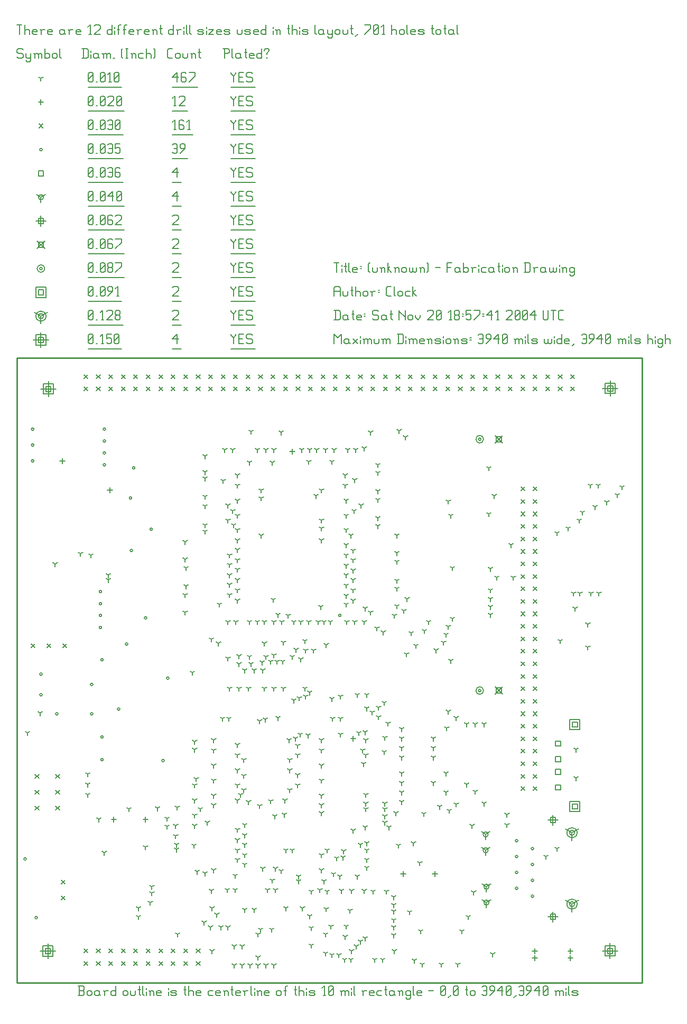
<source format=gbr>
G04 Title: (unknown), Fabrication Drawing *
G04 Creator: pcb-bin 1.99p *
G04 CreationDate: Sat Nov 20 18:57:41 2004 UTC *
G04 For: clock *
G04 Format: Gerber/RS-274X *
G04 PCB-Dimensions: 394051 394051 *
G04 PCB-Coordinate-Origin: lower left *
%MOIN*%
%FSLAX24Y24*%
%IPPOS*%
%ADD11C,0.0070*%
%ADD12C,0.0270*%
%ADD13C,0.0250*%
%ADD14C,0.0450*%
%ADD15C,0.0100*%
%ADD16C,0.0300*%
%ADD17C,0.0400*%
%ADD18C,0.0600*%
%ADD19C,0.0150*%
%ADD20C,0.0350*%
%ADD21R,0.0710X0.0710*%
%ADD22R,0.1010X0.1010*%
%ADD23C,0.0200*%
%ADD24C,0.0080*%
%ADD25R,0.0240X0.0240*%
%ADD26R,0.0540X0.0540*%
%ADD27C,0.0060*%
%ADD28C,0.0110*%
%ADD29C,0.0410*%
%ADD30R,0.0110X0.0110*%
%ADD31R,0.0410X0.0410*%
%ADD32C,0.0500*%
%ADD33R,0.0200X0.0200*%
%ADD34R,0.0500X0.0500*%
%ADD35C,0.0120*%
%ADD36C,0.0420*%
%ADD37R,0.0120X0.0120*%
%ADD38R,0.0420X0.0420*%
%ADD39R,0.0600X0.0600*%
%ADD40R,0.0900X0.0900X0.0600X0.0600*%
%ADD41R,0.0900X0.0900*%
%ADD42C,0.0900X0.0600*%
%ADD43C,0.0900*%
%ADD44R,0.1230X0.1230*%
%ADD45R,0.1530X0.1530*%
%ADD46R,0.0290X0.0290*%
%ADD47C,0.0520*%
%AMTHERM1*7,0,0,0.0720,0.0520,0.0110,45*%
%ADD48THERM1*%
%ADD49C,0.0720X0.0520*%
%ADD50C,0.0720*%
%AMTHERM2*7,0,0,0.0900,0.0600,0.0150,45*%
%ADD51THERM2*%
%ADD52C,0.3000*%
%ADD53C,0.3200X0.3000*%
%ADD54C,0.3200*%
%ADD55R,0.0470X0.0470*%
%ADD56R,0.0490X0.0490*%
%ADD57R,0.0790X0.0790*%
%ADD58R,0.0150X0.0150*%
%ADD59R,0.0450X0.0450*%
%ADD60C,0.1080*%
%ADD61C,0.0230*%
%AMTHERM3*7,0,0,0.1280,0.1080,0.0230,45*%
%ADD62THERM3*%
%ADD63C,0.1280X0.1080*%
%ADD64C,0.1280*%
%ADD65C,0.0640*%
%ADD66C,0.0840X0.0640*%
%ADD67C,0.0840*%
%AMTHERM4*7,0,0,0.0840,0.0640,0.0120,45*%
%ADD68THERM4*%
%ADD69C,0.1470*%
%ADD70C,0.1670X0.1470*%
%ADD71C,0.1670*%
%ADD72C,0.0145*%
%AMTHERM5*7,0,0,0.0840,0.0640,0.0145,45*%
%ADD73THERM5*%
%ADD74C,0.1150*%
%AMTHERM6*7,0,0,0.1350,0.1150,0.0120,45*%
%ADD75THERM6*%
%ADD76C,0.1350X0.1150*%
%ADD77C,0.1350*%
%ADD78C,0.0560*%
%ADD79C,0.0720X0.0560*%
%ADD80C,0.0800X0.0560*%
%ADD81C,0.0800*%
%AMTHERM7*7,0,0,0.0800,0.0560,0.0100,45*%
%ADD82THERM7*%
%ADD83C,0.0160*%
%ADD84C,0.0460*%
%ADD85R,0.0160X0.0160*%
%ADD86R,0.0460X0.0460*%
%ADD87R,0.2000X0.2000*%
%ADD88R,0.2200X0.2200*%
%ADD89R,0.2350X0.2350*%
%ADD90R,0.1100X0.1100*%
%ADD91R,0.1300X0.1300X0.1100X0.1100*%
%ADD92R,0.1300X0.1300*%
%ADD93R,0.0950X0.0950*%
%ADD94R,0.1150X0.1150X0.0950X0.0950*%
%ADD95R,0.1150X0.1150*%
%ADD96R,0.1180X0.1180*%
%ADD97R,0.1380X0.1380*%
%ADD98R,0.0400X0.0400*%
%ADD99R,0.1000X0.1000*%
%ADD100R,0.1200X0.1200*%
%ADD101R,0.0300X0.0300*%
%ADD102R,0.0250X0.0250*%
%ADD103R,0.0170X0.0170*%
%ADD104R,0.0560X0.0560*%
%ADD105R,0.0860X0.0860*%
%ADD106R,0.1220X0.1220*%
%ADD107R,0.1520X0.1520*%
%ADD108R,0.0800X0.0800*%
%ADD109C,0.0084*%
%ADD110C,0.0092*%
%ADD111C,0.0450X0.0250*%
%ADD112C,0.0125*%
%AMTHERM8*7,0,0,0.0800,0.0600,0.0125,45*%
%ADD113THERM8*%
%ADD114C,0.0800X0.0600*%
%ADD115C,0.0075*%
%AMTHERM9*7,0,0,0.0450,0.0250,0.0075,45*%
%ADD116THERM9*%
%ADD117C,0.0360*%
%ADD118C,0.0560X0.0360*%
%AMTHERM10*7,0,0,0.0560,0.0360,0.0080,45*%
%ADD119THERM10*%
%LNGROUP_3*%
%LPD*%
G01X0Y0D02*
G54D24*X37401Y2483D02*Y1523D01*
X36921Y2003D02*X37881D01*
X37241Y2163D02*X37561D01*
X37241D02*Y1843D01*
X37561D01*
Y2163D02*Y1843D01*
X37081Y2323D02*X37721D01*
X37081D02*Y1683D01*
X37721D01*
Y2323D02*Y1683D01*
X1937Y2475D02*Y1515D01*
X1457Y1995D02*X2417D01*
X1777Y2155D02*X2097D01*
X1777D02*Y1835D01*
X2097D01*
Y2155D02*Y1835D01*
X1617Y2315D02*X2257D01*
X1617D02*Y1675D01*
X2257D01*
Y2315D02*Y1675D01*
X1968Y37916D02*Y36956D01*
X1488Y37436D02*X2448D01*
X1808Y37596D02*X2128D01*
X1808D02*Y37276D01*
X2128D01*
Y37596D02*Y37276D01*
X1648Y37756D02*X2288D01*
X1648D02*Y37116D01*
X2288D01*
Y37756D02*Y37116D01*
X37409Y37948D02*Y36988D01*
X36929Y37468D02*X37889D01*
X37249Y37628D02*X37569D01*
X37249D02*Y37308D01*
X37569D01*
Y37628D02*Y37308D01*
X37089Y37788D02*X37729D01*
X37089D02*Y37148D01*
X37729D01*
Y37788D02*Y37148D01*
X1500Y41010D02*Y40050D01*
X1020Y40530D02*X1980D01*
X1340Y40690D02*X1660D01*
X1340D02*Y40370D01*
X1660D01*
Y40690D02*Y40370D01*
X1180Y40850D02*X1820D01*
X1180D02*Y40210D01*
X1820D01*
Y40850D02*Y40210D01*
G04 Text: YES *
X13500Y40905D02*Y40830D01*
X13650Y40680D01*
X13800Y40830D01*
Y40905D02*Y40830D01*
X13650Y40680D02*Y40305D01*
X13980Y40605D02*X14205D01*
X13980Y40305D02*X14280D01*
X13980Y40905D02*Y40305D01*
Y40905D02*X14280D01*
X14760D02*X14835Y40830D01*
X14535Y40905D02*X14760D01*
X14460Y40830D02*X14535Y40905D01*
X14460Y40830D02*Y40680D01*
X14535Y40605D01*
X14760D01*
X14835Y40530D01*
Y40380D01*
X14760Y40305D02*X14835Y40380D01*
X14535Y40305D02*X14760D01*
X14460Y40380D02*X14535Y40305D01*
X13500Y39980D02*X15015D01*
G04 Text: 4 *
X9800Y40605D02*X10100Y40905D01*
X9800Y40605D02*X10175D01*
X10100Y40905D02*Y40305D01*
X9800Y39980D02*X10355D01*
G04 Text: 0.150 *
X4500Y40380D02*X4575Y40305D01*
X4500Y40830D02*Y40380D01*
Y40830D02*X4575Y40905D01*
X4725D01*
X4800Y40830D01*
Y40380D01*
X4725Y40305D02*X4800Y40380D01*
X4575Y40305D02*X4725D01*
X4500Y40455D02*X4800Y40755D01*
X4980Y40305D02*X5055D01*
X5310D02*X5460D01*
X5385Y40905D02*Y40305D01*
X5235Y40755D02*X5385Y40905D01*
X5640D02*X5940D01*
X5640D02*Y40605D01*
X5715Y40680D01*
X5865D01*
X5940Y40605D01*
Y40380D01*
X5865Y40305D02*X5940Y40380D01*
X5715Y40305D02*X5865D01*
X5640Y40380D02*X5715Y40305D01*
X6120Y40380D02*X6195Y40305D01*
X6120Y40830D02*Y40380D01*
Y40830D02*X6195Y40905D01*
X6345D01*
X6420Y40830D01*
Y40380D01*
X6345Y40305D02*X6420Y40380D01*
X6195Y40305D02*X6345D01*
X6120Y40455D02*X6420Y40755D01*
X4500Y39980D02*X6600D01*
X35000Y4955D02*Y4475D01*
Y4955D02*X35416Y5195D01*
X35000Y4955D02*X34584Y5195D01*
X34840Y4955D02*G75*G03X35160Y4955I160J0D01*G01*
G75*G03X34840Y4955I-160J0D01*G01*
X34680D02*G75*G03X35320Y4955I320J0D01*G01*
G75*G03X34680Y4955I-320J0D01*G01*
X35000Y9455D02*Y8975D01*
Y9455D02*X35416Y9695D01*
X35000Y9455D02*X34584Y9695D01*
X34840Y9455D02*G75*G03X35160Y9455I160J0D01*G01*
G75*G03X34840Y9455I-160J0D01*G01*
X34680D02*G75*G03X35320Y9455I320J0D01*G01*
G75*G03X34680Y9455I-320J0D01*G01*
X1500Y42030D02*Y41550D01*
Y42030D02*X1916Y42270D01*
X1500Y42030D02*X1084Y42270D01*
X1340Y42030D02*G75*G03X1660Y42030I160J0D01*G01*
G75*G03X1340Y42030I-160J0D01*G01*
X1180D02*G75*G03X1820Y42030I320J0D01*G01*
G75*G03X1180Y42030I-320J0D01*G01*
G04 Text: YES *
X13500Y42405D02*Y42330D01*
X13650Y42180D01*
X13800Y42330D01*
Y42405D02*Y42330D01*
X13650Y42180D02*Y41805D01*
X13980Y42105D02*X14205D01*
X13980Y41805D02*X14280D01*
X13980Y42405D02*Y41805D01*
Y42405D02*X14280D01*
X14760D02*X14835Y42330D01*
X14535Y42405D02*X14760D01*
X14460Y42330D02*X14535Y42405D01*
X14460Y42330D02*Y42180D01*
X14535Y42105D01*
X14760D01*
X14835Y42030D01*
Y41880D01*
X14760Y41805D02*X14835Y41880D01*
X14535Y41805D02*X14760D01*
X14460Y41880D02*X14535Y41805D01*
X13500Y41480D02*X15015D01*
G04 Text: 2 *
X9800Y42330D02*X9875Y42405D01*
X10100D01*
X10175Y42330D01*
Y42180D01*
X9800Y41805D02*X10175Y42180D01*
X9800Y41805D02*X10175D01*
X9800Y41480D02*X10355D01*
G04 Text: 0.128 *
X4500Y41880D02*X4575Y41805D01*
X4500Y42330D02*Y41880D01*
Y42330D02*X4575Y42405D01*
X4725D01*
X4800Y42330D01*
Y41880D01*
X4725Y41805D02*X4800Y41880D01*
X4575Y41805D02*X4725D01*
X4500Y41955D02*X4800Y42255D01*
X4980Y41805D02*X5055D01*
X5310D02*X5460D01*
X5385Y42405D02*Y41805D01*
X5235Y42255D02*X5385Y42405D01*
X5640Y42330D02*X5715Y42405D01*
X5940D01*
X6015Y42330D01*
Y42180D01*
X5640Y41805D02*X6015Y42180D01*
X5640Y41805D02*X6015D01*
X6195Y41880D02*X6270Y41805D01*
X6195Y42030D02*Y41880D01*
Y42030D02*X6270Y42105D01*
X6420D01*
X6495Y42030D01*
Y41880D01*
X6420Y41805D02*X6495Y41880D01*
X6270Y41805D02*X6420D01*
X6195Y42180D02*X6270Y42105D01*
X6195Y42330D02*Y42180D01*
Y42330D02*X6270Y42405D01*
X6420D01*
X6495Y42330D01*
Y42180D01*
X6420Y42105D02*X6495Y42180D01*
X4500Y41480D02*X6675D01*
X35020Y11275D02*X35340D01*
X35020D02*Y10955D01*
X35340D01*
Y11275D02*Y10955D01*
X34860Y11435D02*X35500D01*
X34860D02*Y10795D01*
X35500D01*
Y11435D02*Y10795D01*
X35020Y16445D02*X35340D01*
X35020D02*Y16125D01*
X35340D01*
Y16445D02*Y16125D01*
X34860Y16605D02*X35500D01*
X34860D02*Y15965D01*
X35500D01*
Y16605D02*Y15965D01*
X1340Y43690D02*X1660D01*
X1340D02*Y43370D01*
X1660D01*
Y43690D02*Y43370D01*
X1180Y43850D02*X1820D01*
X1180D02*Y43210D01*
X1820D01*
Y43850D02*Y43210D01*
G04 Text: YES *
X13500Y43905D02*Y43830D01*
X13650Y43680D01*
X13800Y43830D01*
Y43905D02*Y43830D01*
X13650Y43680D02*Y43305D01*
X13980Y43605D02*X14205D01*
X13980Y43305D02*X14280D01*
X13980Y43905D02*Y43305D01*
Y43905D02*X14280D01*
X14760D02*X14835Y43830D01*
X14535Y43905D02*X14760D01*
X14460Y43830D02*X14535Y43905D01*
X14460Y43830D02*Y43680D01*
X14535Y43605D01*
X14760D01*
X14835Y43530D01*
Y43380D01*
X14760Y43305D02*X14835Y43380D01*
X14535Y43305D02*X14760D01*
X14460Y43380D02*X14535Y43305D01*
X13500Y42980D02*X15015D01*
G04 Text: 2 *
X9800Y43830D02*X9875Y43905D01*
X10100D01*
X10175Y43830D01*
Y43680D01*
X9800Y43305D02*X10175Y43680D01*
X9800Y43305D02*X10175D01*
X9800Y42980D02*X10355D01*
G04 Text: 0.091 *
X4500Y43380D02*X4575Y43305D01*
X4500Y43830D02*Y43380D01*
Y43830D02*X4575Y43905D01*
X4725D01*
X4800Y43830D01*
Y43380D01*
X4725Y43305D02*X4800Y43380D01*
X4575Y43305D02*X4725D01*
X4500Y43455D02*X4800Y43755D01*
X4980Y43305D02*X5055D01*
X5235Y43380D02*X5310Y43305D01*
X5235Y43830D02*Y43380D01*
Y43830D02*X5310Y43905D01*
X5460D01*
X5535Y43830D01*
Y43380D01*
X5460Y43305D02*X5535Y43380D01*
X5310Y43305D02*X5460D01*
X5235Y43455D02*X5535Y43755D01*
X5715Y43305D02*X6015Y43605D01*
Y43830D02*Y43605D01*
X5940Y43905D02*X6015Y43830D01*
X5790Y43905D02*X5940D01*
X5715Y43830D02*X5790Y43905D01*
X5715Y43830D02*Y43680D01*
X5790Y43605D01*
X6015D01*
X6270Y43305D02*X6420D01*
X6345Y43905D02*Y43305D01*
X6195Y43755D02*X6345Y43905D01*
X4500Y42980D02*X6600D01*
X29097Y18421D02*G75*G03X29257Y18421I80J0D01*G01*
G75*G03X29097Y18421I-80J0D01*G01*
X28937D02*G75*G03X29417Y18421I240J0D01*G01*
G75*G03X28937Y18421I-240J0D01*G01*
X29097Y34271D02*G75*G03X29257Y34271I80J0D01*G01*
G75*G03X29097Y34271I-80J0D01*G01*
X28937D02*G75*G03X29417Y34271I240J0D01*G01*
G75*G03X28937Y34271I-240J0D01*G01*
X1420Y45030D02*G75*G03X1580Y45030I80J0D01*G01*
G75*G03X1420Y45030I-80J0D01*G01*
X1260D02*G75*G03X1740Y45030I240J0D01*G01*
G75*G03X1260Y45030I-240J0D01*G01*
G04 Text: YES *
X13500Y45405D02*Y45330D01*
X13650Y45180D01*
X13800Y45330D01*
Y45405D02*Y45330D01*
X13650Y45180D02*Y44805D01*
X13980Y45105D02*X14205D01*
X13980Y44805D02*X14280D01*
X13980Y45405D02*Y44805D01*
Y45405D02*X14280D01*
X14760D02*X14835Y45330D01*
X14535Y45405D02*X14760D01*
X14460Y45330D02*X14535Y45405D01*
X14460Y45330D02*Y45180D01*
X14535Y45105D01*
X14760D01*
X14835Y45030D01*
Y44880D01*
X14760Y44805D02*X14835Y44880D01*
X14535Y44805D02*X14760D01*
X14460Y44880D02*X14535Y44805D01*
X13500Y44480D02*X15015D01*
G04 Text: 2 *
X9800Y45330D02*X9875Y45405D01*
X10100D01*
X10175Y45330D01*
Y45180D01*
X9800Y44805D02*X10175Y45180D01*
X9800Y44805D02*X10175D01*
X9800Y44480D02*X10355D01*
G04 Text: 0.087 *
X4500Y44880D02*X4575Y44805D01*
X4500Y45330D02*Y44880D01*
Y45330D02*X4575Y45405D01*
X4725D01*
X4800Y45330D01*
Y44880D01*
X4725Y44805D02*X4800Y44880D01*
X4575Y44805D02*X4725D01*
X4500Y44955D02*X4800Y45255D01*
X4980Y44805D02*X5055D01*
X5235Y44880D02*X5310Y44805D01*
X5235Y45330D02*Y44880D01*
Y45330D02*X5310Y45405D01*
X5460D01*
X5535Y45330D01*
Y44880D01*
X5460Y44805D02*X5535Y44880D01*
X5310Y44805D02*X5460D01*
X5235Y44955D02*X5535Y45255D01*
X5715Y44880D02*X5790Y44805D01*
X5715Y45030D02*Y44880D01*
Y45030D02*X5790Y45105D01*
X5940D01*
X6015Y45030D01*
Y44880D01*
X5940Y44805D02*X6015Y44880D01*
X5790Y44805D02*X5940D01*
X5715Y45180D02*X5790Y45105D01*
X5715Y45330D02*Y45180D01*
Y45330D02*X5790Y45405D01*
X5940D01*
X6015Y45330D01*
Y45180D01*
X5940Y45105D02*X6015Y45180D01*
X6195Y44805D02*X6570Y45180D01*
Y45405D02*Y45180D01*
X6195Y45405D02*X6570D01*
X4500Y44480D02*X6750D01*
X30137Y34511D02*X30617Y34031D01*
X30137D02*X30617Y34511D01*
X30217Y34431D02*X30537D01*
X30217D02*Y34111D01*
X30537D01*
Y34431D02*Y34111D01*
X30137Y18661D02*X30617Y18181D01*
X30137D02*X30617Y18661D01*
X30217Y18581D02*X30537D01*
X30217D02*Y18261D01*
X30537D01*
Y18581D02*Y18261D01*
X1260Y46770D02*X1740Y46290D01*
X1260D02*X1740Y46770D01*
X1340Y46690D02*X1660D01*
X1340D02*Y46370D01*
X1660D01*
Y46690D02*Y46370D01*
G04 Text: YES *
X13500Y46905D02*Y46830D01*
X13650Y46680D01*
X13800Y46830D01*
Y46905D02*Y46830D01*
X13650Y46680D02*Y46305D01*
X13980Y46605D02*X14205D01*
X13980Y46305D02*X14280D01*
X13980Y46905D02*Y46305D01*
Y46905D02*X14280D01*
X14760D02*X14835Y46830D01*
X14535Y46905D02*X14760D01*
X14460Y46830D02*X14535Y46905D01*
X14460Y46830D02*Y46680D01*
X14535Y46605D01*
X14760D01*
X14835Y46530D01*
Y46380D01*
X14760Y46305D02*X14835Y46380D01*
X14535Y46305D02*X14760D01*
X14460Y46380D02*X14535Y46305D01*
X13500Y45980D02*X15015D01*
G04 Text: 2 *
X9800Y46830D02*X9875Y46905D01*
X10100D01*
X10175Y46830D01*
Y46680D01*
X9800Y46305D02*X10175Y46680D01*
X9800Y46305D02*X10175D01*
X9800Y45980D02*X10355D01*
G04 Text: 0.067 *
X4500Y46380D02*X4575Y46305D01*
X4500Y46830D02*Y46380D01*
Y46830D02*X4575Y46905D01*
X4725D01*
X4800Y46830D01*
Y46380D01*
X4725Y46305D02*X4800Y46380D01*
X4575Y46305D02*X4725D01*
X4500Y46455D02*X4800Y46755D01*
X4980Y46305D02*X5055D01*
X5235Y46380D02*X5310Y46305D01*
X5235Y46830D02*Y46380D01*
Y46830D02*X5310Y46905D01*
X5460D01*
X5535Y46830D01*
Y46380D01*
X5460Y46305D02*X5535Y46380D01*
X5310Y46305D02*X5460D01*
X5235Y46455D02*X5535Y46755D01*
X5940Y46905D02*X6015Y46830D01*
X5790Y46905D02*X5940D01*
X5715Y46830D02*X5790Y46905D01*
X5715Y46830D02*Y46380D01*
X5790Y46305D01*
X5940Y46605D02*X6015Y46530D01*
X5715Y46605D02*X5940D01*
X5790Y46305D02*X5940D01*
X6015Y46380D01*
Y46530D02*Y46380D01*
X6195Y46305D02*X6570Y46680D01*
Y46905D02*Y46680D01*
X6195Y46905D02*X6570D01*
X4500Y45980D02*X6750D01*
X33800Y4475D02*Y3835D01*
X33480Y4155D02*X34120D01*
X33640Y4315D02*X33960D01*
X33640D02*Y3995D01*
X33960D01*
Y4315D02*Y3995D01*
X33800Y10575D02*Y9935D01*
X33480Y10255D02*X34120D01*
X33640Y10415D02*X33960D01*
X33640D02*Y10095D01*
X33960D01*
Y10415D02*Y10095D01*
X1500Y48350D02*Y47710D01*
X1180Y48030D02*X1820D01*
X1340Y48190D02*X1660D01*
X1340D02*Y47870D01*
X1660D01*
Y48190D02*Y47870D01*
G04 Text: YES *
X13500Y48405D02*Y48330D01*
X13650Y48180D01*
X13800Y48330D01*
Y48405D02*Y48330D01*
X13650Y48180D02*Y47805D01*
X13980Y48105D02*X14205D01*
X13980Y47805D02*X14280D01*
X13980Y48405D02*Y47805D01*
Y48405D02*X14280D01*
X14760D02*X14835Y48330D01*
X14535Y48405D02*X14760D01*
X14460Y48330D02*X14535Y48405D01*
X14460Y48330D02*Y48180D01*
X14535Y48105D01*
X14760D01*
X14835Y48030D01*
Y47880D01*
X14760Y47805D02*X14835Y47880D01*
X14535Y47805D02*X14760D01*
X14460Y47880D02*X14535Y47805D01*
X13500Y47480D02*X15015D01*
G04 Text: 2 *
X9800Y48330D02*X9875Y48405D01*
X10100D01*
X10175Y48330D01*
Y48180D01*
X9800Y47805D02*X10175Y48180D01*
X9800Y47805D02*X10175D01*
X9800Y47480D02*X10355D01*
G04 Text: 0.062 *
X4500Y47880D02*X4575Y47805D01*
X4500Y48330D02*Y47880D01*
Y48330D02*X4575Y48405D01*
X4725D01*
X4800Y48330D01*
Y47880D01*
X4725Y47805D02*X4800Y47880D01*
X4575Y47805D02*X4725D01*
X4500Y47955D02*X4800Y48255D01*
X4980Y47805D02*X5055D01*
X5235Y47880D02*X5310Y47805D01*
X5235Y48330D02*Y47880D01*
Y48330D02*X5310Y48405D01*
X5460D01*
X5535Y48330D01*
Y47880D01*
X5460Y47805D02*X5535Y47880D01*
X5310Y47805D02*X5460D01*
X5235Y47955D02*X5535Y48255D01*
X5940Y48405D02*X6015Y48330D01*
X5790Y48405D02*X5940D01*
X5715Y48330D02*X5790Y48405D01*
X5715Y48330D02*Y47880D01*
X5790Y47805D01*
X5940Y48105D02*X6015Y48030D01*
X5715Y48105D02*X5940D01*
X5790Y47805D02*X5940D01*
X6015Y47880D01*
Y48030D02*Y47880D01*
X6195Y48330D02*X6270Y48405D01*
X6495D01*
X6570Y48330D01*
Y48180D01*
X6195Y47805D02*X6570Y48180D01*
X6195Y47805D02*X6570D01*
X4500Y47480D02*X6750D01*
X29550Y9355D02*Y9035D01*
Y9355D02*X29827Y9515D01*
X29550Y9355D02*X29272Y9515D01*
X29390Y9355D02*G75*G03X29710Y9355I160J0D01*G01*
G75*G03X29390Y9355I-160J0D01*G01*
X29550Y8355D02*Y8035D01*
Y8355D02*X29827Y8515D01*
X29550Y8355D02*X29272Y8515D01*
X29390Y8355D02*G75*G03X29710Y8355I160J0D01*G01*
G75*G03X29390Y8355I-160J0D01*G01*
X29600Y5055D02*Y4735D01*
Y5055D02*X29877Y5215D01*
X29600Y5055D02*X29322Y5215D01*
X29440Y5055D02*G75*G03X29760Y5055I160J0D01*G01*
G75*G03X29440Y5055I-160J0D01*G01*
X29600Y6055D02*Y5735D01*
Y6055D02*X29877Y6215D01*
X29600Y6055D02*X29322Y6215D01*
X29440Y6055D02*G75*G03X29760Y6055I160J0D01*G01*
G75*G03X29440Y6055I-160J0D01*G01*
X1500Y49530D02*Y49210D01*
Y49530D02*X1777Y49690D01*
X1500Y49530D02*X1222Y49690D01*
X1340Y49530D02*G75*G03X1660Y49530I160J0D01*G01*
G75*G03X1340Y49530I-160J0D01*G01*
G04 Text: YES *
X13500Y49905D02*Y49830D01*
X13650Y49680D01*
X13800Y49830D01*
Y49905D02*Y49830D01*
X13650Y49680D02*Y49305D01*
X13980Y49605D02*X14205D01*
X13980Y49305D02*X14280D01*
X13980Y49905D02*Y49305D01*
Y49905D02*X14280D01*
X14760D02*X14835Y49830D01*
X14535Y49905D02*X14760D01*
X14460Y49830D02*X14535Y49905D01*
X14460Y49830D02*Y49680D01*
X14535Y49605D01*
X14760D01*
X14835Y49530D01*
Y49380D01*
X14760Y49305D02*X14835Y49380D01*
X14535Y49305D02*X14760D01*
X14460Y49380D02*X14535Y49305D01*
X13500Y48980D02*X15015D01*
G04 Text: 4 *
X9800Y49605D02*X10100Y49905D01*
X9800Y49605D02*X10175D01*
X10100Y49905D02*Y49305D01*
X9800Y48980D02*X10355D01*
G04 Text: 0.040 *
X4500Y49380D02*X4575Y49305D01*
X4500Y49830D02*Y49380D01*
Y49830D02*X4575Y49905D01*
X4725D01*
X4800Y49830D01*
Y49380D01*
X4725Y49305D02*X4800Y49380D01*
X4575Y49305D02*X4725D01*
X4500Y49455D02*X4800Y49755D01*
X4980Y49305D02*X5055D01*
X5235Y49380D02*X5310Y49305D01*
X5235Y49830D02*Y49380D01*
Y49830D02*X5310Y49905D01*
X5460D01*
X5535Y49830D01*
Y49380D01*
X5460Y49305D02*X5535Y49380D01*
X5310Y49305D02*X5460D01*
X5235Y49455D02*X5535Y49755D01*
X5715Y49605D02*X6015Y49905D01*
X5715Y49605D02*X6090D01*
X6015Y49905D02*Y49305D01*
X6270Y49380D02*X6345Y49305D01*
X6270Y49830D02*Y49380D01*
Y49830D02*X6345Y49905D01*
X6495D01*
X6570Y49830D01*
Y49380D01*
X6495Y49305D02*X6570Y49380D01*
X6345Y49305D02*X6495D01*
X6270Y49455D02*X6570Y49755D01*
X4500Y48980D02*X6750D01*
X33950Y13455D02*X34270D01*
X33950D02*Y13135D01*
X34270D01*
Y13455D02*Y13135D01*
X33950Y14255D02*X34270D01*
X33950D02*Y13935D01*
X34270D01*
Y14255D02*Y13935D01*
X33950Y12475D02*X34270D01*
X33950D02*Y12155D01*
X34270D01*
Y12475D02*Y12155D01*
X33950Y15235D02*X34270D01*
X33950D02*Y14915D01*
X34270D01*
Y15235D02*Y14915D01*
X1340Y51190D02*X1660D01*
X1340D02*Y50870D01*
X1660D01*
Y51190D02*Y50870D01*
G04 Text: YES *
X13500Y51405D02*Y51330D01*
X13650Y51180D01*
X13800Y51330D01*
Y51405D02*Y51330D01*
X13650Y51180D02*Y50805D01*
X13980Y51105D02*X14205D01*
X13980Y50805D02*X14280D01*
X13980Y51405D02*Y50805D01*
Y51405D02*X14280D01*
X14760D02*X14835Y51330D01*
X14535Y51405D02*X14760D01*
X14460Y51330D02*X14535Y51405D01*
X14460Y51330D02*Y51180D01*
X14535Y51105D01*
X14760D01*
X14835Y51030D01*
Y50880D01*
X14760Y50805D02*X14835Y50880D01*
X14535Y50805D02*X14760D01*
X14460Y50880D02*X14535Y50805D01*
X13500Y50480D02*X15015D01*
G04 Text: 4 *
X9800Y51105D02*X10100Y51405D01*
X9800Y51105D02*X10175D01*
X10100Y51405D02*Y50805D01*
X9800Y50480D02*X10355D01*
G04 Text: 0.036 *
X4500Y50880D02*X4575Y50805D01*
X4500Y51330D02*Y50880D01*
Y51330D02*X4575Y51405D01*
X4725D01*
X4800Y51330D01*
Y50880D01*
X4725Y50805D02*X4800Y50880D01*
X4575Y50805D02*X4725D01*
X4500Y50955D02*X4800Y51255D01*
X4980Y50805D02*X5055D01*
X5235Y50880D02*X5310Y50805D01*
X5235Y51330D02*Y50880D01*
Y51330D02*X5310Y51405D01*
X5460D01*
X5535Y51330D01*
Y50880D01*
X5460Y50805D02*X5535Y50880D01*
X5310Y50805D02*X5460D01*
X5235Y50955D02*X5535Y51255D01*
X5715Y51330D02*X5790Y51405D01*
X5940D01*
X6015Y51330D01*
Y50880D01*
X5940Y50805D02*X6015Y50880D01*
X5790Y50805D02*X5940D01*
X5715Y50880D02*X5790Y50805D01*
Y51105D02*X6015D01*
X6420Y51405D02*X6495Y51330D01*
X6270Y51405D02*X6420D01*
X6195Y51330D02*X6270Y51405D01*
X6195Y51330D02*Y50880D01*
X6270Y50805D01*
X6420Y51105D02*X6495Y51030D01*
X6195Y51105D02*X6420D01*
X6270Y50805D02*X6420D01*
X6495Y50880D01*
Y51030D02*Y50880D01*
X4500Y50480D02*X6675D01*
X31420Y8955D02*G75*G03X31580Y8955I80J0D01*G01*
G75*G03X31420Y8955I-80J0D01*G01*
Y7955D02*G75*G03X31580Y7955I80J0D01*G01*
G75*G03X31420Y7955I-80J0D01*G01*
Y6955D02*G75*G03X31580Y6955I80J0D01*G01*
G75*G03X31420Y6955I-80J0D01*G01*
Y5955D02*G75*G03X31580Y5955I80J0D01*G01*
G75*G03X31420Y5955I-80J0D01*G01*
X32420Y5455D02*G75*G03X32580Y5455I80J0D01*G01*
G75*G03X32420Y5455I-80J0D01*G01*
Y6455D02*G75*G03X32580Y6455I80J0D01*G01*
G75*G03X32420Y6455I-80J0D01*G01*
Y7455D02*G75*G03X32580Y7455I80J0D01*G01*
G75*G03X32420Y7455I-80J0D01*G01*
Y8455D02*G75*G03X32580Y8455I80J0D01*G01*
G75*G03X32420Y8455I-80J0D01*G01*
X7270Y32455D02*G75*G03X7430Y32455I80J0D01*G01*
G75*G03X7270Y32455I-80J0D01*G01*
X2420Y16955D02*G75*G03X2580Y16955I80J0D01*G01*
G75*G03X2420Y16955I-80J0D01*G01*
X5270Y20355D02*G75*G03X5430Y20355I80J0D01*G01*
G75*G03X5270Y20355I-80J0D01*G01*
X9120Y14005D02*G75*G03X9280Y14005I80J0D01*G01*
G75*G03X9120Y14005I-80J0D01*G01*
X7070Y30555D02*G75*G03X7230Y30555I80J0D01*G01*
G75*G03X7070Y30555I-80J0D01*G01*
X20270Y23155D02*G75*G03X20430Y23155I80J0D01*G01*
G75*G03X20270Y23155I-80J0D01*G01*
X420Y7805D02*G75*G03X580Y7805I80J0D01*G01*
G75*G03X420Y7805I-80J0D01*G01*
X5270Y15505D02*G75*G03X5430Y15505I80J0D01*G01*
G75*G03X5270Y15505I-80J0D01*G01*
X896Y32905D02*G75*G03X1056Y32905I80J0D01*G01*
G75*G03X896Y32905I-80J0D01*G01*
Y33905D02*G75*G03X1056Y33905I80J0D01*G01*
G75*G03X896Y33905I-80J0D01*G01*
Y34905D02*G75*G03X1056Y34905I80J0D01*G01*
G75*G03X896Y34905I-80J0D01*G01*
X4620Y16955D02*G75*G03X4780Y16955I80J0D01*G01*
G75*G03X4620Y16955I-80J0D01*G01*
X5420Y32655D02*G75*G03X5580Y32655I80J0D01*G01*
G75*G03X5420Y32655I-80J0D01*G01*
Y33405D02*G75*G03X5580Y33405I80J0D01*G01*
G75*G03X5420Y33405I-80J0D01*G01*
Y34155D02*G75*G03X5580Y34155I80J0D01*G01*
G75*G03X5420Y34155I-80J0D01*G01*
Y34905D02*G75*G03X5580Y34905I80J0D01*G01*
G75*G03X5420Y34905I-80J0D01*G01*
X8370Y28605D02*G75*G03X8530Y28605I80J0D01*G01*
G75*G03X8370Y28605I-80J0D01*G01*
X7120Y27255D02*G75*G03X7280Y27255I80J0D01*G01*
G75*G03X7120Y27255I-80J0D01*G01*
X5170Y22405D02*G75*G03X5330Y22405I80J0D01*G01*
G75*G03X5170Y22405I-80J0D01*G01*
Y23155D02*G75*G03X5330Y23155I80J0D01*G01*
G75*G03X5170Y23155I-80J0D01*G01*
Y23905D02*G75*G03X5330Y23905I80J0D01*G01*
G75*G03X5170Y23905I-80J0D01*G01*
Y24655D02*G75*G03X5330Y24655I80J0D01*G01*
G75*G03X5170Y24655I-80J0D01*G01*
X4620Y18805D02*G75*G03X4780Y18805I80J0D01*G01*
G75*G03X4620Y18805I-80J0D01*G01*
X5270Y14055D02*G75*G03X5430Y14055I80J0D01*G01*
G75*G03X5270Y14055I-80J0D01*G01*
X8020Y23005D02*G75*G03X8180Y23005I80J0D01*G01*
G75*G03X8020Y23005I-80J0D01*G01*
X6820Y21355D02*G75*G03X6980Y21355I80J0D01*G01*
G75*G03X6820Y21355I-80J0D01*G01*
X9420Y19205D02*G75*G03X9580Y19205I80J0D01*G01*
G75*G03X9420Y19205I-80J0D01*G01*
X6320Y17255D02*G75*G03X6480Y17255I80J0D01*G01*
G75*G03X6320Y17255I-80J0D01*G01*
X1420Y18155D02*G75*G03X1580Y18155I80J0D01*G01*
G75*G03X1420Y18155I-80J0D01*G01*
Y19455D02*G75*G03X1580Y19455I80J0D01*G01*
G75*G03X1420Y19455I-80J0D01*G01*
X1120Y4105D02*G75*G03X1280Y4105I80J0D01*G01*
G75*G03X1120Y4105I-80J0D01*G01*
X1420Y52530D02*G75*G03X1580Y52530I80J0D01*G01*
G75*G03X1420Y52530I-80J0D01*G01*
G04 Text: YES *
X13500Y52905D02*Y52830D01*
X13650Y52680D01*
X13800Y52830D01*
Y52905D02*Y52830D01*
X13650Y52680D02*Y52305D01*
X13980Y52605D02*X14205D01*
X13980Y52305D02*X14280D01*
X13980Y52905D02*Y52305D01*
Y52905D02*X14280D01*
X14760D02*X14835Y52830D01*
X14535Y52905D02*X14760D01*
X14460Y52830D02*X14535Y52905D01*
X14460Y52830D02*Y52680D01*
X14535Y52605D01*
X14760D01*
X14835Y52530D01*
Y52380D01*
X14760Y52305D02*X14835Y52380D01*
X14535Y52305D02*X14760D01*
X14460Y52380D02*X14535Y52305D01*
X13500Y51980D02*X15015D01*
G04 Text: 39 *
X9800Y52830D02*X9875Y52905D01*
X10025D01*
X10100Y52830D01*
Y52380D01*
X10025Y52305D02*X10100Y52380D01*
X9875Y52305D02*X10025D01*
X9800Y52380D02*X9875Y52305D01*
Y52605D02*X10100D01*
X10280Y52305D02*X10580Y52605D01*
Y52830D02*Y52605D01*
X10505Y52905D02*X10580Y52830D01*
X10355Y52905D02*X10505D01*
X10280Y52830D02*X10355Y52905D01*
X10280Y52830D02*Y52680D01*
X10355Y52605D01*
X10580D01*
X9800Y51980D02*X10760D01*
G04 Text: 0.035 *
X4500Y52380D02*X4575Y52305D01*
X4500Y52830D02*Y52380D01*
Y52830D02*X4575Y52905D01*
X4725D01*
X4800Y52830D01*
Y52380D01*
X4725Y52305D02*X4800Y52380D01*
X4575Y52305D02*X4725D01*
X4500Y52455D02*X4800Y52755D01*
X4980Y52305D02*X5055D01*
X5235Y52380D02*X5310Y52305D01*
X5235Y52830D02*Y52380D01*
Y52830D02*X5310Y52905D01*
X5460D01*
X5535Y52830D01*
Y52380D01*
X5460Y52305D02*X5535Y52380D01*
X5310Y52305D02*X5460D01*
X5235Y52455D02*X5535Y52755D01*
X5715Y52830D02*X5790Y52905D01*
X5940D01*
X6015Y52830D01*
Y52380D01*
X5940Y52305D02*X6015Y52380D01*
X5790Y52305D02*X5940D01*
X5715Y52380D02*X5790Y52305D01*
Y52605D02*X6015D01*
X6195Y52905D02*X6495D01*
X6195D02*Y52605D01*
X6270Y52680D01*
X6420D01*
X6495Y52605D01*
Y52380D01*
X6420Y52305D02*X6495Y52380D01*
X6270Y52305D02*X6420D01*
X6195Y52380D02*X6270Y52305D01*
X4500Y51980D02*X6675D01*
X31769Y31257D02*X32009Y31017D01*
X31769D02*X32009Y31257D01*
X32557D02*X32797Y31017D01*
X32557D02*X32797Y31257D01*
X32557Y30470D02*X32797Y30230D01*
X32557D02*X32797Y30470D01*
X31769D02*X32009Y30230D01*
X31769D02*X32009Y30470D01*
X31769Y29682D02*X32009Y29442D01*
X31769D02*X32009Y29682D01*
X32557D02*X32797Y29442D01*
X32557D02*X32797Y29682D01*
X31769Y28895D02*X32009Y28655D01*
X31769D02*X32009Y28895D01*
X32557D02*X32797Y28655D01*
X32557D02*X32797Y28895D01*
X31769Y28107D02*X32009Y27867D01*
X31769D02*X32009Y28107D01*
X32557D02*X32797Y27867D01*
X32557D02*X32797Y28107D01*
X31769Y27320D02*X32009Y27080D01*
X31769D02*X32009Y27320D01*
X32557D02*X32797Y27080D01*
X32557D02*X32797Y27320D01*
X31769Y26533D02*X32009Y26293D01*
X31769D02*X32009Y26533D01*
X32557D02*X32797Y26293D01*
X32557D02*X32797Y26533D01*
X31769Y25745D02*X32009Y25505D01*
X31769D02*X32009Y25745D01*
X32557D02*X32797Y25505D01*
X32557D02*X32797Y25745D01*
X31769Y24958D02*X32009Y24718D01*
X31769D02*X32009Y24958D01*
X32557D02*X32797Y24718D01*
X32557D02*X32797Y24958D01*
X31769Y24170D02*X32009Y23930D01*
X31769D02*X32009Y24170D01*
X32557D02*X32797Y23930D01*
X32557D02*X32797Y24170D01*
X31769Y23383D02*X32009Y23143D01*
X31769D02*X32009Y23383D01*
X32557D02*X32797Y23143D01*
X32557D02*X32797Y23383D01*
X31769Y22596D02*X32009Y22356D01*
X31769D02*X32009Y22596D01*
X32557D02*X32797Y22356D01*
X32557D02*X32797Y22596D01*
X31769Y21808D02*X32009Y21568D01*
X31769D02*X32009Y21808D01*
X32557D02*X32797Y21568D01*
X32557D02*X32797Y21808D01*
X31769Y21021D02*X32009Y20781D01*
X31769D02*X32009Y21021D01*
X32557D02*X32797Y20781D01*
X32557D02*X32797Y21021D01*
X31769Y20233D02*X32009Y19993D01*
X31769D02*X32009Y20233D01*
X32557D02*X32797Y19993D01*
X32557D02*X32797Y20233D01*
X31769Y19446D02*X32009Y19206D01*
X31769D02*X32009Y19446D01*
X32557D02*X32797Y19206D01*
X32557D02*X32797Y19446D01*
X31769Y18659D02*X32009Y18419D01*
X31769D02*X32009Y18659D01*
X32557D02*X32797Y18419D01*
X32557D02*X32797Y18659D01*
X31769Y17871D02*X32009Y17631D01*
X31769D02*X32009Y17871D01*
X32557D02*X32797Y17631D01*
X32557D02*X32797Y17871D01*
X31769Y17084D02*X32009Y16844D01*
X31769D02*X32009Y17084D01*
X32557D02*X32797Y16844D01*
X32557D02*X32797Y17084D01*
X31769Y16296D02*X32009Y16056D01*
X31769D02*X32009Y16296D01*
X32557D02*X32797Y16056D01*
X32557D02*X32797Y16296D01*
X31769Y15509D02*X32009Y15269D01*
X31769D02*X32009Y15509D01*
X32557D02*X32797Y15269D01*
X32557D02*X32797Y15509D01*
X31769Y14721D02*X32009Y14481D01*
X31769D02*X32009Y14721D01*
X32557D02*X32797Y14481D01*
X32557D02*X32797Y14721D01*
X31769Y13934D02*X32009Y13694D01*
X31769D02*X32009Y13934D01*
X32557D02*X32797Y13694D01*
X32557D02*X32797Y13934D01*
X31769Y13147D02*X32009Y12907D01*
X31769D02*X32009Y13147D01*
X32557D02*X32797Y12907D01*
X32557D02*X32797Y13147D01*
X31769Y12359D02*X32009Y12119D01*
X31769D02*X32009Y12359D01*
X32557D02*X32797Y12119D01*
X32557D02*X32797Y12359D01*
X2780Y6475D02*X3020Y6235D01*
X2780D02*X3020Y6475D01*
X2780Y5475D02*X3020Y5235D01*
X2780D02*X3020Y5475D01*
X11297Y2123D02*X11537Y1883D01*
X11297D02*X11537Y2123D01*
X11297Y1336D02*X11537Y1096D01*
X11297D02*X11537Y1336D01*
X10509D02*X10749Y1096D01*
X10509D02*X10749Y1336D01*
X10509Y2123D02*X10749Y1883D01*
X10509D02*X10749Y2123D01*
X9722D02*X9962Y1883D01*
X9722D02*X9962Y2123D01*
X9722Y1336D02*X9962Y1096D01*
X9722D02*X9962Y1336D01*
X8935Y2123D02*X9175Y1883D01*
X8935D02*X9175Y2123D01*
X8935Y1336D02*X9175Y1096D01*
X8935D02*X9175Y1336D01*
X8147Y2123D02*X8387Y1883D01*
X8147D02*X8387Y2123D01*
X8147Y1336D02*X8387Y1096D01*
X8147D02*X8387Y1336D01*
X7360Y2123D02*X7600Y1883D01*
X7360D02*X7600Y2123D01*
X7360Y1336D02*X7600Y1096D01*
X7360D02*X7600Y1336D01*
X6572Y2123D02*X6812Y1883D01*
X6572D02*X6812Y2123D01*
X6572Y1336D02*X6812Y1096D01*
X6572D02*X6812Y1336D01*
X5785Y2123D02*X6025Y1883D01*
X5785D02*X6025Y2123D01*
X5785Y1336D02*X6025Y1096D01*
X5785D02*X6025Y1336D01*
X4998Y2123D02*X5238Y1883D01*
X4998D02*X5238Y2123D01*
X4998Y1336D02*X5238Y1096D01*
X4998D02*X5238Y1336D01*
X4210Y2123D02*X4450Y1883D01*
X4210D02*X4450Y2123D01*
X4210Y1336D02*X4450Y1096D01*
X4210D02*X4450Y1336D01*
X1130Y11125D02*X1370Y10885D01*
X1130D02*X1370Y11125D01*
X1130Y12125D02*X1370Y11885D01*
X1130D02*X1370Y12125D01*
X1130Y13125D02*X1370Y12885D01*
X1130D02*X1370Y13125D01*
X34919Y38344D02*X35159Y38104D01*
X34919D02*X35159Y38344D01*
X34919Y37556D02*X35159Y37316D01*
X34919D02*X35159Y37556D01*
X34132D02*X34372Y37316D01*
X34132D02*X34372Y37556D01*
X34132Y38344D02*X34372Y38104D01*
X34132D02*X34372Y38344D01*
X33344D02*X33584Y38104D01*
X33344D02*X33584Y38344D01*
X33344Y37556D02*X33584Y37316D01*
X33344D02*X33584Y37556D01*
X32557Y38344D02*X32797Y38104D01*
X32557D02*X32797Y38344D01*
X32557Y37556D02*X32797Y37316D01*
X32557D02*X32797Y37556D01*
X31769Y38344D02*X32009Y38104D01*
X31769D02*X32009Y38344D01*
X31769Y37556D02*X32009Y37316D01*
X31769D02*X32009Y37556D01*
X30982Y38344D02*X31222Y38104D01*
X30982D02*X31222Y38344D01*
X30982Y37556D02*X31222Y37316D01*
X30982D02*X31222Y37556D01*
X30195Y38344D02*X30435Y38104D01*
X30195D02*X30435Y38344D01*
X30195Y37556D02*X30435Y37316D01*
X30195D02*X30435Y37556D01*
X29407Y38344D02*X29647Y38104D01*
X29407D02*X29647Y38344D01*
X29407Y37556D02*X29647Y37316D01*
X29407D02*X29647Y37556D01*
X28620Y38344D02*X28860Y38104D01*
X28620D02*X28860Y38344D01*
X28620Y37556D02*X28860Y37316D01*
X28620D02*X28860Y37556D01*
X27832Y38344D02*X28072Y38104D01*
X27832D02*X28072Y38344D01*
X27832Y37556D02*X28072Y37316D01*
X27832D02*X28072Y37556D01*
X27045Y38344D02*X27285Y38104D01*
X27045D02*X27285Y38344D01*
X27045Y37556D02*X27285Y37316D01*
X27045D02*X27285Y37556D01*
X26258Y38344D02*X26498Y38104D01*
X26258D02*X26498Y38344D01*
X26258Y37556D02*X26498Y37316D01*
X26258D02*X26498Y37556D01*
X25470Y38344D02*X25710Y38104D01*
X25470D02*X25710Y38344D01*
X25470Y37556D02*X25710Y37316D01*
X25470D02*X25710Y37556D01*
X24683Y38344D02*X24923Y38104D01*
X24683D02*X24923Y38344D01*
X24683Y37556D02*X24923Y37316D01*
X24683D02*X24923Y37556D01*
X23895Y38344D02*X24135Y38104D01*
X23895D02*X24135Y38344D01*
X23895Y37556D02*X24135Y37316D01*
X23895D02*X24135Y37556D01*
X23108Y38344D02*X23348Y38104D01*
X23108D02*X23348Y38344D01*
X23108Y37556D02*X23348Y37316D01*
X23108D02*X23348Y37556D01*
X22321Y38344D02*X22561Y38104D01*
X22321D02*X22561Y38344D01*
X22321Y37556D02*X22561Y37316D01*
X22321D02*X22561Y37556D01*
X21533Y38344D02*X21773Y38104D01*
X21533D02*X21773Y38344D01*
X21533Y37556D02*X21773Y37316D01*
X21533D02*X21773Y37556D01*
X20746Y38344D02*X20986Y38104D01*
X20746D02*X20986Y38344D01*
X20746Y37556D02*X20986Y37316D01*
X20746D02*X20986Y37556D01*
X19958Y38344D02*X20198Y38104D01*
X19958D02*X20198Y38344D01*
X19958Y37556D02*X20198Y37316D01*
X19958D02*X20198Y37556D01*
X19171Y38344D02*X19411Y38104D01*
X19171D02*X19411Y38344D01*
X19171Y37556D02*X19411Y37316D01*
X19171D02*X19411Y37556D01*
X18383Y38344D02*X18623Y38104D01*
X18383D02*X18623Y38344D01*
X18383Y37556D02*X18623Y37316D01*
X18383D02*X18623Y37556D01*
X17596Y38344D02*X17836Y38104D01*
X17596D02*X17836Y38344D01*
X17596Y37556D02*X17836Y37316D01*
X17596D02*X17836Y37556D01*
X16809Y38344D02*X17049Y38104D01*
X16809D02*X17049Y38344D01*
X16809Y37556D02*X17049Y37316D01*
X16809D02*X17049Y37556D01*
X16021Y38344D02*X16261Y38104D01*
X16021D02*X16261Y38344D01*
X16021Y37556D02*X16261Y37316D01*
X16021D02*X16261Y37556D01*
X15234Y38344D02*X15474Y38104D01*
X15234D02*X15474Y38344D01*
X15234Y37556D02*X15474Y37316D01*
X15234D02*X15474Y37556D01*
X14446Y38344D02*X14686Y38104D01*
X14446D02*X14686Y38344D01*
X14446Y37556D02*X14686Y37316D01*
X14446D02*X14686Y37556D01*
X13659Y38344D02*X13899Y38104D01*
X13659D02*X13899Y38344D01*
X13659Y37556D02*X13899Y37316D01*
X13659D02*X13899Y37556D01*
X12872Y38344D02*X13112Y38104D01*
X12872D02*X13112Y38344D01*
X12872Y37556D02*X13112Y37316D01*
X12872D02*X13112Y37556D01*
X12084Y38344D02*X12324Y38104D01*
X12084D02*X12324Y38344D01*
X12084Y37556D02*X12324Y37316D01*
X12084D02*X12324Y37556D01*
X11297Y38344D02*X11537Y38104D01*
X11297D02*X11537Y38344D01*
X11297Y37556D02*X11537Y37316D01*
X11297D02*X11537Y37556D01*
X10509Y38344D02*X10749Y38104D01*
X10509D02*X10749Y38344D01*
X10509Y37556D02*X10749Y37316D01*
X10509D02*X10749Y37556D01*
X9722Y38344D02*X9962Y38104D01*
X9722D02*X9962Y38344D01*
X9722Y37556D02*X9962Y37316D01*
X9722D02*X9962Y37556D01*
X8935Y38344D02*X9175Y38104D01*
X8935D02*X9175Y38344D01*
X8935Y37556D02*X9175Y37316D01*
X8935D02*X9175Y37556D01*
X8147Y38344D02*X8387Y38104D01*
X8147D02*X8387Y38344D01*
X8147Y37556D02*X8387Y37316D01*
X8147D02*X8387Y37556D01*
X7360Y38344D02*X7600Y38104D01*
X7360D02*X7600Y38344D01*
X7360Y37556D02*X7600Y37316D01*
X7360D02*X7600Y37556D01*
X6572Y38344D02*X6812Y38104D01*
X6572D02*X6812Y38344D01*
X6572Y37556D02*X6812Y37316D01*
X6572D02*X6812Y37556D01*
X5785Y38344D02*X6025Y38104D01*
X5785D02*X6025Y38344D01*
X4998D02*X5238Y38104D01*
X4998D02*X5238Y38344D01*
X4210D02*X4450Y38104D01*
X4210D02*X4450Y38344D01*
X4210Y37556D02*X4450Y37316D01*
X4210D02*X4450Y37556D01*
X4998D02*X5238Y37316D01*
X4998D02*X5238Y37556D01*
X5785D02*X6025Y37316D01*
X5785D02*X6025Y37556D01*
X2430Y11125D02*X2670Y10885D01*
X2430D02*X2670Y11125D01*
X2430Y12125D02*X2670Y11885D01*
X2430D02*X2670Y12125D01*
X2430Y13125D02*X2670Y12885D01*
X2430D02*X2670Y13125D01*
X880Y21375D02*X1120Y21135D01*
X880D02*X1120Y21375D01*
X1880D02*X2120Y21135D01*
X1880D02*X2120Y21375D01*
X2880D02*X3120Y21135D01*
X2880D02*X3120Y21375D01*
X1380Y54150D02*X1620Y53910D01*
X1380D02*X1620Y54150D01*
G04 Text: YES *
X13500Y54405D02*Y54330D01*
X13650Y54180D01*
X13800Y54330D01*
Y54405D02*Y54330D01*
X13650Y54180D02*Y53805D01*
X13980Y54105D02*X14205D01*
X13980Y53805D02*X14280D01*
X13980Y54405D02*Y53805D01*
Y54405D02*X14280D01*
X14760D02*X14835Y54330D01*
X14535Y54405D02*X14760D01*
X14460Y54330D02*X14535Y54405D01*
X14460Y54330D02*Y54180D01*
X14535Y54105D01*
X14760D01*
X14835Y54030D01*
Y53880D01*
X14760Y53805D02*X14835Y53880D01*
X14535Y53805D02*X14760D01*
X14460Y53880D02*X14535Y53805D01*
X13500Y53480D02*X15015D01*
G04 Text: 161 *
X9875Y53805D02*X10025D01*
X9950Y54405D02*Y53805D01*
X9800Y54255D02*X9950Y54405D01*
X10430D02*X10505Y54330D01*
X10280Y54405D02*X10430D01*
X10205Y54330D02*X10280Y54405D01*
X10205Y54330D02*Y53880D01*
X10280Y53805D01*
X10430Y54105D02*X10505Y54030D01*
X10205Y54105D02*X10430D01*
X10280Y53805D02*X10430D01*
X10505Y53880D01*
Y54030D02*Y53880D01*
X10760Y53805D02*X10910D01*
X10835Y54405D02*Y53805D01*
X10685Y54255D02*X10835Y54405D01*
X9800Y53480D02*X11090D01*
G04 Text: 0.030 *
X4500Y53880D02*X4575Y53805D01*
X4500Y54330D02*Y53880D01*
Y54330D02*X4575Y54405D01*
X4725D01*
X4800Y54330D01*
Y53880D01*
X4725Y53805D02*X4800Y53880D01*
X4575Y53805D02*X4725D01*
X4500Y53955D02*X4800Y54255D01*
X4980Y53805D02*X5055D01*
X5235Y53880D02*X5310Y53805D01*
X5235Y54330D02*Y53880D01*
Y54330D02*X5310Y54405D01*
X5460D01*
X5535Y54330D01*
Y53880D01*
X5460Y53805D02*X5535Y53880D01*
X5310Y53805D02*X5460D01*
X5235Y53955D02*X5535Y54255D01*
X5715Y54330D02*X5790Y54405D01*
X5940D01*
X6015Y54330D01*
Y53880D01*
X5940Y53805D02*X6015Y53880D01*
X5790Y53805D02*X5940D01*
X5715Y53880D02*X5790Y53805D01*
Y54105D02*X6015D01*
X6195Y53880D02*X6270Y53805D01*
X6195Y54330D02*Y53880D01*
Y54330D02*X6270Y54405D01*
X6420D01*
X6495Y54330D01*
Y53880D01*
X6420Y53805D02*X6495Y53880D01*
X6270Y53805D02*X6420D01*
X6195Y53955D02*X6495Y54255D01*
X4500Y53480D02*X6675D01*
X8100Y10465D02*Y10145D01*
X7940Y10305D02*X8260D01*
X6100Y10465D02*Y10145D01*
X5940Y10305D02*X6260D01*
X26350Y7015D02*Y6695D01*
X26190Y6855D02*X26510D01*
X24350Y7015D02*Y6695D01*
X24190Y6855D02*X24510D01*
X17350Y33665D02*Y33345D01*
X17190Y33505D02*X17510D01*
X21200Y15565D02*Y15245D01*
X21040Y15405D02*X21360D01*
X32650Y1715D02*Y1395D01*
X32490Y1555D02*X32810D01*
X32650Y2165D02*Y1845D01*
X32490Y2005D02*X32810D01*
X34900Y2165D02*Y1845D01*
X34740Y2005D02*X35060D01*
X34900Y1715D02*Y1395D01*
X34740Y1555D02*X35060D01*
X5850Y31215D02*Y30895D01*
X5690Y31055D02*X6010D01*
X2850Y33065D02*Y32745D01*
X2690Y32905D02*X3010D01*
X1500Y55690D02*Y55370D01*
X1340Y55530D02*X1660D01*
G04 Text: YES *
X13500Y55905D02*Y55830D01*
X13650Y55680D01*
X13800Y55830D01*
Y55905D02*Y55830D01*
X13650Y55680D02*Y55305D01*
X13980Y55605D02*X14205D01*
X13980Y55305D02*X14280D01*
X13980Y55905D02*Y55305D01*
Y55905D02*X14280D01*
X14760D02*X14835Y55830D01*
X14535Y55905D02*X14760D01*
X14460Y55830D02*X14535Y55905D01*
X14460Y55830D02*Y55680D01*
X14535Y55605D01*
X14760D01*
X14835Y55530D01*
Y55380D01*
X14760Y55305D02*X14835Y55380D01*
X14535Y55305D02*X14760D01*
X14460Y55380D02*X14535Y55305D01*
X13500Y54980D02*X15015D01*
G04 Text: 12 *
X9875Y55305D02*X10025D01*
X9950Y55905D02*Y55305D01*
X9800Y55755D02*X9950Y55905D01*
X10205Y55830D02*X10280Y55905D01*
X10505D01*
X10580Y55830D01*
Y55680D01*
X10205Y55305D02*X10580Y55680D01*
X10205Y55305D02*X10580D01*
X9800Y54980D02*X10760D01*
G04 Text: 0.020 *
X4500Y55380D02*X4575Y55305D01*
X4500Y55830D02*Y55380D01*
Y55830D02*X4575Y55905D01*
X4725D01*
X4800Y55830D01*
Y55380D01*
X4725Y55305D02*X4800Y55380D01*
X4575Y55305D02*X4725D01*
X4500Y55455D02*X4800Y55755D01*
X4980Y55305D02*X5055D01*
X5235Y55380D02*X5310Y55305D01*
X5235Y55830D02*Y55380D01*
Y55830D02*X5310Y55905D01*
X5460D01*
X5535Y55830D01*
Y55380D01*
X5460Y55305D02*X5535Y55380D01*
X5310Y55305D02*X5460D01*
X5235Y55455D02*X5535Y55755D01*
X5715Y55830D02*X5790Y55905D01*
X6015D01*
X6090Y55830D01*
Y55680D01*
X5715Y55305D02*X6090Y55680D01*
X5715Y55305D02*X6090D01*
X6270Y55380D02*X6345Y55305D01*
X6270Y55830D02*Y55380D01*
Y55830D02*X6345Y55905D01*
X6495D01*
X6570Y55830D01*
Y55380D01*
X6495Y55305D02*X6570Y55380D01*
X6345Y55305D02*X6495D01*
X6270Y55455D02*X6570Y55755D01*
X4500Y54980D02*X6750D01*
X16100Y6455D02*Y6295D01*
Y6455D02*X16238Y6535D01*
X16100Y6455D02*X15961Y6535D01*
X13900Y11505D02*Y11345D01*
Y11505D02*X14038Y11585D01*
X13900Y11505D02*X13761Y11585D01*
X15450Y20205D02*Y20045D01*
Y20205D02*X15588Y20285D01*
X15450Y20205D02*X15311Y20285D01*
X12600Y4305D02*Y4145D01*
Y4305D02*X12738Y4385D01*
X12600Y4305D02*X12461Y4385D01*
X17700Y13105D02*Y12945D01*
Y13105D02*X17838Y13185D01*
X17700Y13105D02*X17561Y13185D01*
X17200Y13405D02*Y13245D01*
Y13405D02*X17338Y13485D01*
X17200Y13405D02*X17061Y13485D01*
X17200Y14055D02*Y13895D01*
Y14055D02*X17338Y14135D01*
X17200Y14055D02*X17061Y14135D01*
X17700Y14355D02*Y14195D01*
Y14355D02*X17838Y14435D01*
X17700Y14355D02*X17561Y14435D01*
X17700Y14955D02*Y14795D01*
Y14955D02*X17838Y15035D01*
X17700Y14955D02*X17561Y15035D01*
X13900Y13405D02*Y13245D01*
Y13405D02*X14038Y13485D01*
X13900Y13405D02*X13761Y13485D01*
X16900Y11505D02*Y11345D01*
Y11505D02*X17038Y11585D01*
X16900Y11505D02*X16761Y11585D01*
X14300Y13055D02*Y12895D01*
Y13055D02*X14438Y13135D01*
X14300Y13055D02*X14161Y13135D01*
X13900Y12455D02*Y12295D01*
Y12455D02*X14038Y12535D01*
X13900Y12455D02*X13761Y12535D01*
X14300Y12155D02*Y11995D01*
Y12155D02*X14438Y12235D01*
X14300Y12155D02*X14161Y12235D01*
X14300Y14055D02*Y13895D01*
Y14055D02*X14438Y14135D01*
X14300Y14055D02*X14161Y14135D01*
X13900Y14355D02*Y14195D01*
Y14355D02*X14038Y14435D01*
X13900Y14355D02*X13761Y14435D01*
X13900Y15005D02*Y14845D01*
Y15005D02*X14038Y15085D01*
X13900Y15005D02*X13761Y15085D01*
X15650Y16605D02*Y16445D01*
Y16605D02*X15788Y16685D01*
X15650Y16605D02*X15511Y16685D01*
X19350Y6405D02*Y6245D01*
Y6405D02*X19488Y6485D01*
X19350Y6405D02*X19211Y6485D01*
X15200Y1105D02*Y945D01*
Y1105D02*X15338Y1185D01*
X15200Y1105D02*X15061Y1185D01*
X24600Y24205D02*Y24045D01*
Y24205D02*X24738Y24285D01*
X24600Y24205D02*X24461Y24285D01*
X25683Y22188D02*Y22028D01*
Y22188D02*X25822Y22268D01*
X25683Y22188D02*X25544Y22268D01*
X27050Y21955D02*Y21795D01*
Y21955D02*X27188Y22035D01*
X27050Y21955D02*X26911Y22035D01*
X26433Y20971D02*Y20811D01*
Y20971D02*X26572Y21051D01*
X26433Y20971D02*X26294Y21051D01*
X26900Y21455D02*Y21295D01*
Y21455D02*X27038Y21535D01*
X26900Y21455D02*X26761Y21535D01*
X15700Y20555D02*Y20395D01*
Y20555D02*X15838Y20635D01*
X15700Y20555D02*X15561Y20635D01*
X15700Y1105D02*Y945D01*
Y1105D02*X15838Y1185D01*
X15700Y1105D02*X15561Y1185D01*
X21650Y8705D02*Y8545D01*
Y8705D02*X21788Y8785D01*
X21650Y8705D02*X21511Y8785D01*
X21950Y9805D02*Y9645D01*
Y9805D02*X22088Y9885D01*
X21950Y9805D02*X21811Y9885D01*
X13700Y1105D02*Y945D01*
Y1105D02*X13838Y1185D01*
X13700Y1105D02*X13561Y1185D01*
X23450Y9805D02*Y9645D01*
Y9805D02*X23588Y9885D01*
X23450Y9805D02*X23311Y9885D01*
X20700Y2905D02*Y2745D01*
Y2905D02*X20838Y2985D01*
X20700Y2905D02*X20561Y2985D01*
X23900Y10705D02*Y10545D01*
Y10705D02*X24038Y10785D01*
X23900Y10705D02*X23761Y10785D01*
X19850Y1755D02*Y1595D01*
Y1755D02*X19988Y1835D01*
X19850Y1755D02*X19711Y1835D01*
X27200Y22455D02*Y22295D01*
Y22455D02*X27338Y22535D01*
X27200Y22455D02*X27061Y22535D01*
X27450Y22955D02*Y22795D01*
Y22955D02*X27588Y23035D01*
X27450Y22955D02*X27311Y23035D01*
X20300Y1755D02*Y1595D01*
Y1755D02*X20438Y1835D01*
X20300Y1755D02*X20161Y1835D01*
X27200Y17105D02*Y16945D01*
Y17105D02*X27338Y17185D01*
X27200Y17105D02*X27061Y17185D01*
X27250Y10855D02*Y10695D01*
Y10855D02*X27388Y10935D01*
X27250Y10855D02*X27111Y10935D01*
X20150Y7855D02*Y7695D01*
Y7855D02*X20288Y7935D01*
X20150Y7855D02*X20011Y7935D01*
X16400Y20255D02*Y20095D01*
Y20255D02*X16538Y20335D01*
X16400Y20255D02*X16261Y20335D01*
X16650Y7055D02*Y6895D01*
Y7055D02*X16788Y7135D01*
X16650Y7055D02*X16511Y7135D01*
X14100Y11855D02*Y11695D01*
Y11855D02*X14238Y11935D01*
X14100Y11855D02*X13961Y11935D01*
X12300Y2005D02*Y1845D01*
Y2005D02*X12438Y2085D01*
X12300Y2005D02*X12161Y2085D01*
X30900Y10605D02*Y10445D01*
Y10605D02*X31038Y10685D01*
X30900Y10605D02*X30761Y10685D01*
X30900Y9955D02*Y9795D01*
Y9955D02*X31038Y10035D01*
X30900Y9955D02*X30761Y10035D01*
X29450Y11305D02*Y11145D01*
Y11305D02*X29588Y11385D01*
X29450Y11305D02*X29311Y11385D01*
X26750Y1155D02*Y995D01*
Y1155D02*X26888Y1235D01*
X26750Y1155D02*X26611Y1235D01*
X28700Y9905D02*Y9745D01*
Y9905D02*X28838Y9985D01*
X28700Y9905D02*X28561Y9985D01*
X20600Y8305D02*Y8145D01*
Y8305D02*X20738Y8385D01*
X20600Y8305D02*X20461Y8385D01*
X20550Y7905D02*Y7745D01*
Y7905D02*X20688Y7985D01*
X20550Y7905D02*X20411Y7985D01*
X15500Y7205D02*Y7045D01*
Y7205D02*X15638Y7285D01*
X15500Y7205D02*X15361Y7285D01*
X16300Y7205D02*Y7045D01*
Y7205D02*X16438Y7285D01*
X16300Y7205D02*X16161Y7285D01*
X16250Y10505D02*Y10345D01*
Y10505D02*X16388Y10585D01*
X16250Y10505D02*X16111Y10585D01*
X11850Y28455D02*Y28295D01*
Y28455D02*X11988Y28535D01*
X11850Y28455D02*X11711Y28535D01*
X17200Y12155D02*Y11995D01*
Y12155D02*X17338Y12235D01*
X17200Y12155D02*X17061Y12235D01*
X21200Y9605D02*Y9445D01*
Y9605D02*X21338Y9685D01*
X21200Y9605D02*X21061Y9685D01*
X14700Y1105D02*Y945D01*
Y1105D02*X14838Y1185D01*
X14700Y1105D02*X14561Y1185D01*
X20400Y15655D02*Y15495D01*
Y15655D02*X20538Y15735D01*
X20400Y15655D02*X20261Y15735D01*
X17700Y12455D02*Y12295D01*
Y12455D02*X17838Y12535D01*
X17700Y12455D02*X17561Y12535D01*
X21100Y2005D02*Y1845D01*
Y2005D02*X21238Y2085D01*
X21100Y2005D02*X20961Y2085D01*
X23100Y22105D02*Y21945D01*
Y22105D02*X23238Y22185D01*
X23100Y22105D02*X22961Y22185D01*
X21400Y2305D02*Y2145D01*
Y2305D02*X21538Y2385D01*
X21400Y2305D02*X21261Y2385D01*
X24850Y22055D02*Y21895D01*
Y22055D02*X24988Y22135D01*
X24850Y22055D02*X24711Y22135D01*
X21650Y2605D02*Y2445D01*
Y2605D02*X21788Y2685D01*
X21650Y2605D02*X21511Y2685D01*
X11200Y9905D02*Y9745D01*
Y9905D02*X11338Y9985D01*
X11200Y9905D02*X11061Y9985D01*
X22050Y8355D02*Y8195D01*
Y8355D02*X22188Y8435D01*
X22050Y8355D02*X21911Y8435D01*
X21950Y2805D02*Y2645D01*
Y2805D02*X22088Y2885D01*
X21950Y2805D02*X21811Y2885D01*
X12300Y4705D02*Y4545D01*
Y4705D02*X12438Y4785D01*
X12300Y4705D02*X12161Y4785D01*
X11850Y30055D02*Y29895D01*
Y30055D02*X11988Y30135D01*
X11850Y30055D02*X11711Y30135D01*
X27700Y11255D02*Y11095D01*
Y11255D02*X27838Y11335D01*
X27700Y11255D02*X27561Y11335D01*
X15300Y16505D02*Y16345D01*
Y16505D02*X15438Y16585D01*
X15300Y16505D02*X15161Y16585D01*
X25150Y21255D02*Y21095D01*
Y21255D02*X25288Y21335D01*
X25150Y21255D02*X25011Y21335D01*
X14200Y2305D02*Y2145D01*
Y2305D02*X14338Y2385D01*
X14200Y2305D02*X14061Y2385D01*
X29450Y16305D02*Y16145D01*
Y16305D02*X29588Y16385D01*
X29450Y16305D02*X29311Y16385D01*
X28900Y12055D02*Y11895D01*
Y12055D02*X29038Y12135D01*
X28900Y12055D02*X28761Y12135D01*
X28900Y16305D02*Y16145D01*
Y16305D02*X29038Y16385D01*
X28900Y16305D02*X28761Y16385D01*
X13750Y6755D02*Y6595D01*
Y6755D02*X13888Y6835D01*
X13750Y6755D02*X13611Y6835D01*
X28350Y16305D02*Y16145D01*
Y16305D02*X28488Y16385D01*
X28350Y16305D02*X28211Y16385D01*
X10650Y26155D02*Y25995D01*
Y26155D02*X10788Y26235D01*
X10650Y26155D02*X10511Y26235D01*
X33350Y7955D02*Y7795D01*
Y7955D02*X33488Y8035D01*
X33350Y7955D02*X33211Y8035D01*
X22750Y30455D02*Y30295D01*
Y30455D02*X22888Y30535D01*
X22750Y30455D02*X22611Y30535D01*
X19500Y21305D02*Y21145D01*
Y21305D02*X19638Y21385D01*
X19500Y21305D02*X19361Y21385D01*
X24400Y23455D02*Y23295D01*
Y23455D02*X24538Y23535D01*
X24400Y23455D02*X24261Y23535D01*
X35200Y23605D02*Y23445D01*
Y23605D02*X35338Y23685D01*
X35200Y23605D02*X35061Y23685D01*
X16300Y5855D02*Y5695D01*
Y5855D02*X16438Y5935D01*
X16300Y5855D02*X16161Y5935D01*
X14950Y4605D02*Y4445D01*
Y4605D02*X15088Y4685D01*
X14950Y4605D02*X14811Y4685D01*
X14350Y4605D02*Y4445D01*
Y4605D02*X14488Y4685D01*
X14350Y4605D02*X14211Y4685D01*
X10106Y3055D02*Y2895D01*
Y3055D02*X10245Y3135D01*
X10106Y3055D02*X9968Y3135D01*
X15200Y3055D02*Y2895D01*
Y3055D02*X15338Y3135D01*
X15200Y3055D02*X15061Y3135D01*
X27700Y16705D02*Y16545D01*
Y16705D02*X27838Y16785D01*
X27700Y16705D02*X27561Y16785D01*
X31300Y25555D02*Y25395D01*
Y25555D02*X31438Y25635D01*
X31300Y25555D02*X31161Y25635D01*
X30250Y25555D02*Y25395D01*
Y25555D02*X30388Y25635D01*
X30250Y25555D02*X30111Y25635D01*
X29850Y24205D02*Y24045D01*
Y24205D02*X29988Y24285D01*
X29850Y24205D02*X29711Y24285D01*
X20750Y3555D02*Y3395D01*
Y3555D02*X20888Y3635D01*
X20750Y3555D02*X20611Y3635D01*
X23200Y10105D02*Y9945D01*
Y10105D02*X23338Y10185D01*
X23200Y10105D02*X23061Y10185D01*
X7650Y4705D02*Y4545D01*
Y4705D02*X7788Y4785D01*
X7650Y4705D02*X7511Y4785D01*
X13750Y5855D02*Y5695D01*
Y5855D02*X13888Y5935D01*
X13750Y5855D02*X13611Y5935D01*
X25650Y10655D02*Y10495D01*
Y10655D02*X25788Y10735D01*
X25650Y10655D02*X25511Y10735D01*
X22800Y17355D02*Y17195D01*
Y17355D02*X22938Y17435D01*
X22800Y17355D02*X22661Y17435D01*
X34250Y21555D02*Y21395D01*
Y21555D02*X34388Y21635D01*
X34250Y21555D02*X34111Y21635D01*
X38150Y31255D02*Y31095D01*
Y31255D02*X38288Y31335D01*
X38150Y31255D02*X38011Y31335D01*
X37850Y30755D02*Y30595D01*
Y30755D02*X37988Y30835D01*
X37850Y30755D02*X37711Y30835D01*
X23200Y10505D02*Y10345D01*
Y10505D02*X23338Y10585D01*
X23200Y10505D02*X23061Y10585D01*
X37200Y30305D02*Y30145D01*
Y30305D02*X37338Y30385D01*
X37200Y30305D02*X37061Y30385D01*
X36450Y30005D02*Y29845D01*
Y30005D02*X36588Y30085D01*
X36450Y30005D02*X36311Y30085D01*
X35650Y29655D02*Y29495D01*
Y29655D02*X35788Y29735D01*
X35650Y29655D02*X35511Y29735D01*
X15150Y33605D02*Y33445D01*
Y33605D02*X15288Y33685D01*
X15150Y33605D02*X15011Y33685D01*
X15700Y33605D02*Y33445D01*
Y33605D02*X15838Y33685D01*
X15700Y33605D02*X15561Y33685D01*
X35450Y29155D02*Y28995D01*
Y29155D02*X35588Y29235D01*
X35450Y29155D02*X35311Y29235D01*
X34750Y28655D02*Y28495D01*
Y28655D02*X34888Y28735D01*
X34750Y28655D02*X34611Y28735D01*
X18900Y33605D02*Y33445D01*
Y33605D02*X19038Y33685D01*
X18900Y33605D02*X18761Y33685D01*
X19450Y33605D02*Y33445D01*
Y33605D02*X19588Y33685D01*
X19450Y33605D02*X19311Y33685D01*
X34050Y28355D02*Y28195D01*
Y28355D02*X34188Y28435D01*
X34050Y28355D02*X33911Y28435D01*
X17100Y23155D02*Y22995D01*
Y23155D02*X17238Y23235D01*
X17100Y23155D02*X16961Y23235D01*
X21050Y1455D02*Y1295D01*
Y1455D02*X21188Y1535D01*
X21050Y1455D02*X20911Y1535D01*
X24250Y13205D02*Y13045D01*
Y13205D02*X24388Y13285D01*
X24250Y13205D02*X24111Y13285D01*
X19200Y10705D02*Y10545D01*
Y10705D02*X19338Y10785D01*
X19200Y10705D02*X19061Y10785D01*
X22000Y14355D02*Y14195D01*
Y14355D02*X22138Y14435D01*
X22000Y14355D02*X21861Y14435D01*
X15400Y28205D02*Y28045D01*
Y28205D02*X15538Y28285D01*
X15400Y28205D02*X15261Y28285D01*
X21950Y15805D02*Y15645D01*
Y15805D02*X22088Y15885D01*
X21950Y15805D02*X21811Y15885D01*
X19900Y16655D02*Y16495D01*
Y16655D02*X20038Y16735D01*
X19900Y16655D02*X19761Y16735D01*
X22750Y31005D02*Y30845D01*
Y31005D02*X22888Y31085D01*
X22750Y31005D02*X22611Y31085D01*
X23750Y3005D02*Y2845D01*
Y3005D02*X23888Y3085D01*
X23750Y3005D02*X23611Y3085D01*
X16450Y16705D02*Y16545D01*
Y16705D02*X16588Y16785D01*
X16450Y16705D02*X16311Y16785D01*
X14950Y19705D02*Y19545D01*
Y19705D02*X15088Y19785D01*
X14950Y19705D02*X14811Y19785D01*
X11050Y19555D02*Y19395D01*
Y19555D02*X11188Y19635D01*
X11050Y19555D02*X10911Y19635D01*
X14750Y20105D02*Y19945D01*
Y20105D02*X14888Y20185D01*
X14750Y20105D02*X14611Y20185D01*
X15500Y19705D02*Y19545D01*
Y19705D02*X15638Y19785D01*
X15500Y19705D02*X15361Y19785D01*
X14350Y19705D02*Y19545D01*
Y19705D02*X14488Y19785D01*
X14350Y19705D02*X14211Y19785D01*
X14000Y20105D02*Y19945D01*
Y20105D02*X14138Y20185D01*
X14000Y20105D02*X13861Y20185D01*
X16750Y20255D02*Y20095D01*
Y20255D02*X16888Y20335D01*
X16750Y20255D02*X16611Y20335D01*
X25950Y22755D02*Y22595D01*
Y22755D02*X26088Y22835D01*
X25950Y22755D02*X25811Y22835D01*
X16000Y20255D02*Y20095D01*
Y20255D02*X16138Y20335D01*
X16000Y20255D02*X15861Y20335D01*
X19850Y17905D02*Y17745D01*
Y17905D02*X19988Y17985D01*
X19850Y17905D02*X19711Y17985D01*
X17350Y20555D02*Y20395D01*
Y20555D02*X17488Y20635D01*
X17350Y20555D02*X17211Y20635D01*
X21550Y15755D02*Y15595D01*
Y15755D02*X21688Y15835D01*
X21550Y15755D02*X21411Y15835D01*
X21850Y13805D02*Y13645D01*
Y13805D02*X21988Y13885D01*
X21850Y13805D02*X21711Y13885D01*
X11150Y8655D02*Y8495D01*
Y8655D02*X11288Y8735D01*
X11150Y8655D02*X11011Y8735D01*
X12700Y21405D02*Y21245D01*
Y21405D02*X12838Y21485D01*
X12700Y21405D02*X12561Y21485D01*
X17600Y21005D02*Y20845D01*
Y21005D02*X17738Y21085D01*
X17600Y21005D02*X17461Y21085D01*
X22000Y10955D02*Y10795D01*
Y10955D02*X22138Y11035D01*
X22000Y10955D02*X21861Y11035D01*
X21800Y14655D02*Y14495D01*
Y14655D02*X21938Y14735D01*
X21800Y14655D02*X21661Y14735D01*
X35500Y24555D02*Y24395D01*
Y24555D02*X35638Y24635D01*
X35500Y24555D02*X35361Y24635D01*
X18200Y18055D02*Y17895D01*
Y18055D02*X18338Y18135D01*
X18200Y18055D02*X18061Y18135D01*
X19550Y8355D02*Y8195D01*
Y8355D02*X19688Y8435D01*
X19550Y8355D02*X19411Y8435D01*
X19200Y8055D02*Y7895D01*
Y8055D02*X19338Y8135D01*
X19200Y8055D02*X19061Y8135D01*
X22400Y17055D02*Y16895D01*
Y17055D02*X22538Y17135D01*
X22400Y17055D02*X22261Y17135D01*
X22800Y16755D02*Y16595D01*
Y16755D02*X22938Y16835D01*
X22800Y16755D02*X22661Y16835D01*
X15150Y22755D02*Y22595D01*
Y22755D02*X15288Y22835D01*
X15150Y22755D02*X15011Y22835D01*
X15600Y22755D02*Y22595D01*
Y22755D02*X15738Y22835D01*
X15600Y22755D02*X15461Y22835D01*
X17800Y17955D02*Y17795D01*
Y17955D02*X17938Y18035D01*
X17800Y17955D02*X17661Y18035D01*
X18450Y18305D02*Y18145D01*
Y18305D02*X18588Y18385D01*
X18450Y18305D02*X18311Y18385D01*
X21300Y31705D02*Y31545D01*
Y31705D02*X21438Y31785D01*
X21300Y31705D02*X21161Y31785D01*
X19200Y31055D02*Y30895D01*
Y31055D02*X19338Y31135D01*
X19200Y31055D02*X19061Y31135D01*
X18850Y30705D02*Y30545D01*
Y30705D02*X18988Y30785D01*
X18850Y30705D02*X18711Y30785D01*
X21700Y30105D02*Y29945D01*
Y30105D02*X21838Y30185D01*
X21700Y30105D02*X21561Y30185D01*
X21250Y29755D02*Y29595D01*
Y29755D02*X21388Y29835D01*
X21250Y29755D02*X21111Y29835D01*
X19200Y29155D02*Y28995D01*
Y29155D02*X19338Y29235D01*
X19200Y29155D02*X19061Y29235D01*
X19200Y28655D02*Y28495D01*
Y28655D02*X19338Y28735D01*
X19200Y28655D02*X19061Y28735D01*
X21050Y28205D02*Y28045D01*
Y28205D02*X21188Y28285D01*
X21050Y28205D02*X20911Y28285D01*
X20750Y27605D02*Y27445D01*
Y27605D02*X20888Y27685D01*
X20750Y27605D02*X20611Y27685D01*
X21200Y27255D02*Y27095D01*
Y27255D02*X21338Y27335D01*
X21200Y27255D02*X21061Y27335D01*
X20750Y26955D02*Y26795D01*
Y26955D02*X20888Y27035D01*
X20750Y26955D02*X20611Y27035D01*
X21200Y26655D02*Y26495D01*
Y26655D02*X21338Y26735D01*
X21200Y26655D02*X21061Y26735D01*
X20750Y26305D02*Y26145D01*
Y26305D02*X20888Y26385D01*
X20750Y26305D02*X20611Y26385D01*
X21200Y26005D02*Y25845D01*
Y26005D02*X21338Y26085D01*
X21200Y26005D02*X21061Y26085D01*
X20750Y25705D02*Y25545D01*
Y25705D02*X20888Y25785D01*
X20750Y25705D02*X20611Y25785D01*
X21200Y25405D02*Y25245D01*
Y25405D02*X21338Y25485D01*
X21200Y25405D02*X21061Y25485D01*
X20750Y25055D02*Y24895D01*
Y25055D02*X20888Y25135D01*
X20750Y25055D02*X20611Y25135D01*
X21200Y24755D02*Y24595D01*
Y24755D02*X21338Y24835D01*
X21200Y24755D02*X21061Y24835D01*
X20750Y24405D02*Y24245D01*
Y24405D02*X20888Y24485D01*
X20750Y24405D02*X20611Y24485D01*
X21200Y24105D02*Y23945D01*
Y24105D02*X21338Y24185D01*
X21200Y24105D02*X21061Y24185D01*
X18150Y18555D02*Y18395D01*
Y18555D02*X18288Y18635D01*
X18150Y18555D02*X18011Y18635D01*
X17350Y8355D02*Y8195D01*
Y8355D02*X17488Y8435D01*
X17350Y8355D02*X17211Y8435D01*
X9450Y9855D02*Y9695D01*
Y9855D02*X9588Y9935D01*
X9450Y9855D02*X9311Y9935D01*
X16950Y8355D02*Y8195D01*
Y8355D02*X17088Y8435D01*
X16950Y8355D02*X16811Y8435D01*
X9450Y10355D02*Y10195D01*
Y10355D02*X9588Y10435D01*
X9450Y10355D02*X9311Y10435D01*
X19350Y22755D02*Y22595D01*
Y22755D02*X19488Y22835D01*
X19350Y22755D02*X19211Y22835D01*
X22050Y17305D02*Y17145D01*
Y17305D02*X22188Y17385D01*
X22050Y17305D02*X21911Y17385D01*
X13000Y31655D02*Y31495D01*
Y31655D02*X13138Y31735D01*
X13000Y31655D02*X12861Y31735D01*
X15400Y31055D02*Y30895D01*
Y31055D02*X15538Y31135D01*
X15400Y31055D02*X15261Y31135D01*
X15400Y30555D02*Y30395D01*
Y30555D02*X15538Y30635D01*
X15400Y30555D02*X15261Y30635D01*
X13300Y30105D02*Y29945D01*
Y30105D02*X13438Y30185D01*
X13300Y30105D02*X13161Y30185D01*
X13600Y29755D02*Y29595D01*
Y29755D02*X13738Y29835D01*
X13600Y29755D02*X13461Y29835D01*
X13300Y29155D02*Y28995D01*
Y29155D02*X13438Y29235D01*
X13300Y29155D02*X13161Y29235D01*
X13650Y28855D02*Y28695D01*
Y28855D02*X13788Y28935D01*
X13650Y28855D02*X13511Y28935D01*
X30100Y30705D02*Y30545D01*
Y30705D02*X30238Y30785D01*
X30100Y30705D02*X29961Y30785D01*
X14350Y9955D02*Y9795D01*
Y9955D02*X14488Y10035D01*
X14350Y9955D02*X14211Y10035D01*
X13900Y27305D02*Y27145D01*
Y27305D02*X14038Y27385D01*
X13900Y27305D02*X13761Y27385D01*
X13400Y26955D02*Y26795D01*
Y26955D02*X13538Y27035D01*
X13400Y26955D02*X13261Y27035D01*
X13900Y26655D02*Y26495D01*
Y26655D02*X14038Y26735D01*
X13900Y26655D02*X13761Y26735D01*
X13400Y26355D02*Y26195D01*
Y26355D02*X13538Y26435D01*
X13400Y26355D02*X13261Y26435D01*
X13900Y26055D02*Y25895D01*
Y26055D02*X14038Y26135D01*
X13900Y26055D02*X13761Y26135D01*
X13400Y25705D02*Y25545D01*
Y25705D02*X13538Y25785D01*
X13400Y25705D02*X13261Y25785D01*
X13900Y25405D02*Y25245D01*
Y25405D02*X14038Y25485D01*
X13900Y25405D02*X13761Y25485D01*
X13400Y25105D02*Y24945D01*
Y25105D02*X13538Y25185D01*
X13400Y25105D02*X13261Y25185D01*
X13900Y24755D02*Y24595D01*
Y24755D02*X14038Y24835D01*
X13900Y24755D02*X13761Y24835D01*
X13400Y24455D02*Y24295D01*
Y24455D02*X13538Y24535D01*
X13400Y24455D02*X13261Y24535D01*
X13900Y24105D02*Y23945D01*
Y24105D02*X14038Y24185D01*
X13900Y24105D02*X13761Y24185D01*
X18350Y15605D02*Y15445D01*
Y15605D02*X18488Y15685D01*
X18350Y15605D02*X18211Y15685D01*
X16850Y10605D02*Y10445D01*
Y10605D02*X16988Y10685D01*
X16850Y10605D02*X16711Y10685D01*
X19000Y22755D02*Y22595D01*
Y22755D02*X19138Y22835D01*
X19000Y22755D02*X18861Y22835D01*
X14600Y11405D02*Y11245D01*
Y11405D02*X14738Y11485D01*
X14600Y11405D02*X14461Y11485D01*
X13900Y31355D02*Y31195D01*
Y31355D02*X14038Y31435D01*
X13900Y31355D02*X13761Y31435D01*
X23400Y16355D02*Y16195D01*
Y16355D02*X23538Y16435D01*
X23400Y16355D02*X23261Y16435D01*
X8500Y5655D02*Y5495D01*
Y5655D02*X8638Y5735D01*
X8500Y5655D02*X8361Y5735D01*
X22050Y7755D02*Y7595D01*
Y7755D02*X22188Y7835D01*
X22050Y7755D02*X21911Y7835D01*
X10000Y9255D02*Y9095D01*
Y9255D02*X10138Y9335D01*
X10000Y9255D02*X9861Y9335D01*
X23200Y15455D02*Y15295D01*
Y15455D02*X23338Y15535D01*
X23200Y15455D02*X23061Y15535D01*
X23150Y17655D02*Y17495D01*
Y17655D02*X23288Y17735D01*
X23150Y17655D02*X23011Y17735D01*
X28800Y5705D02*Y5545D01*
Y5705D02*X28938Y5785D01*
X28800Y5705D02*X28661Y5785D01*
X28450Y4155D02*Y3995D01*
Y4155D02*X28588Y4235D01*
X28450Y4155D02*X28311Y4235D01*
X14350Y7455D02*Y7295D01*
Y7455D02*X14488Y7535D01*
X14350Y7455D02*X14211Y7535D01*
X16050Y3355D02*Y3195D01*
Y3355D02*X16188Y3435D01*
X16050Y3355D02*X15911Y3435D01*
X15350Y3355D02*Y3195D01*
Y3355D02*X15488Y3435D01*
X15350Y3355D02*X15211Y3435D01*
X22000Y15305D02*Y15145D01*
Y15305D02*X22138Y15385D01*
X22000Y15305D02*X21861Y15385D01*
X13300Y3505D02*Y3345D01*
Y3505D02*X13438Y3585D01*
X13300Y3505D02*X13161Y3585D01*
X13900Y7755D02*Y7595D01*
Y7755D02*X14038Y7835D01*
X13900Y7755D02*X13761Y7835D01*
X14350Y8055D02*Y7895D01*
Y8055D02*X14488Y8135D01*
X14350Y8055D02*X14211Y8135D01*
X13900Y9655D02*Y9495D01*
Y9655D02*X14038Y9735D01*
X13900Y9655D02*X13761Y9735D01*
X14350Y9305D02*Y9145D01*
Y9305D02*X14488Y9385D01*
X14350Y9305D02*X14211Y9385D01*
X13900Y9005D02*Y8845D01*
Y9005D02*X14038Y9085D01*
X13900Y9005D02*X13761Y9085D01*
X14350Y8705D02*Y8545D01*
Y8705D02*X14488Y8785D01*
X14350Y8705D02*X14211Y8785D01*
X13900Y8355D02*Y8195D01*
Y8355D02*X14038Y8435D01*
X13900Y8355D02*X13761Y8435D01*
X13350Y16655D02*Y16495D01*
Y16655D02*X13488Y16735D01*
X13350Y16655D02*X13211Y16735D01*
X23150Y14555D02*Y14395D01*
Y14555D02*X23288Y14635D01*
X23150Y14555D02*X23011Y14635D01*
X20400Y16655D02*Y16495D01*
Y16655D02*X20538Y16735D01*
X20400Y16655D02*X20261Y16735D01*
X23200Y10955D02*Y10795D01*
Y10955D02*X23338Y11035D01*
X23200Y10955D02*X23061Y11035D01*
X11850Y30655D02*Y30495D01*
Y30655D02*X11988Y30735D01*
X11850Y30655D02*X11711Y30735D01*
X22050Y7255D02*Y7095D01*
Y7255D02*X22188Y7335D01*
X22050Y7255D02*X21911Y7335D01*
X11200Y11505D02*Y11345D01*
Y11505D02*X11338Y11585D01*
X11200Y11505D02*X11061Y11585D01*
X11200Y15205D02*Y15045D01*
Y15205D02*X11338Y15285D01*
X11200Y15205D02*X11061Y15285D01*
X10100Y11055D02*Y10895D01*
Y11055D02*X10238Y11135D01*
X10100Y11055D02*X9961Y11135D01*
X12750Y23855D02*Y23695D01*
Y23855D02*X12888Y23935D01*
X12750Y23855D02*X12611Y23935D01*
X18400Y22755D02*Y22595D01*
Y22755D02*X18538Y22835D01*
X18400Y22755D02*X18261Y22835D01*
X20800Y22755D02*Y22595D01*
Y22755D02*X20938Y22835D01*
X20800Y22755D02*X20661Y22835D01*
X7650Y4155D02*Y3995D01*
Y4155D02*X7788Y4235D01*
X7650Y4155D02*X7511Y4235D01*
X13800Y22755D02*Y22595D01*
Y22755D02*X13938Y22835D01*
X13800Y22755D02*X13661Y22835D01*
X8500Y6055D02*Y5895D01*
Y6055D02*X8638Y6135D01*
X8500Y6055D02*X8361Y6135D01*
X12950Y16655D02*Y16495D01*
Y16655D02*X13088Y16735D01*
X12950Y16655D02*X12811Y16735D01*
X17950Y33605D02*Y33445D01*
Y33605D02*X18088Y33685D01*
X17950Y33605D02*X17811Y33685D01*
X11200Y14705D02*Y14545D01*
Y14705D02*X11338Y14785D01*
X11200Y14705D02*X11061Y14785D01*
X22050Y8805D02*Y8645D01*
Y8805D02*X22188Y8885D01*
X22050Y8805D02*X21911Y8885D01*
X23750Y5405D02*Y5245D01*
Y5405D02*X23888Y5485D01*
X23750Y5405D02*X23611Y5485D01*
X22750Y32155D02*Y31995D01*
Y32155D02*X22888Y32235D01*
X22750Y32155D02*X22611Y32235D01*
X17900Y20405D02*Y20245D01*
Y20405D02*X18038Y20485D01*
X17900Y20405D02*X17761Y20485D01*
X11850Y31805D02*Y31645D01*
Y31805D02*X11988Y31885D01*
X11850Y31805D02*X11711Y31885D01*
X11850Y28855D02*Y28695D01*
Y28855D02*X11988Y28935D01*
X11850Y28855D02*X11711Y28935D01*
X11850Y32205D02*Y32045D01*
Y32205D02*X11988Y32285D01*
X11850Y32205D02*X11711Y32285D01*
X18450Y33605D02*Y33445D01*
Y33605D02*X18588Y33685D01*
X18450Y33605D02*X18311Y33685D01*
X20850Y33605D02*Y33445D01*
Y33605D02*X20988Y33685D01*
X20850Y33605D02*X20711Y33685D01*
X16200Y33605D02*Y33445D01*
Y33605D02*X16338Y33685D01*
X16200Y33605D02*X16061Y33685D01*
X23750Y3505D02*Y3345D01*
Y3505D02*X23888Y3585D01*
X23750Y3505D02*X23611Y3585D01*
X13600Y33605D02*Y33445D01*
Y33605D02*X13738Y33685D01*
X13600Y33605D02*X13461Y33685D01*
X23750Y4905D02*Y4745D01*
Y4905D02*X23888Y4985D01*
X23750Y4905D02*X23611Y4985D01*
X19750Y22755D02*Y22595D01*
Y22755D02*X19888Y22835D01*
X19750Y22755D02*X19611Y22835D01*
X17900Y22755D02*Y22595D01*
Y22755D02*X18038Y22835D01*
X17900Y22755D02*X17761Y22835D01*
X22550Y1455D02*Y1295D01*
Y1455D02*X22688Y1535D01*
X22550Y1455D02*X22411Y1535D01*
X10000Y9905D02*Y9745D01*
Y9905D02*X10138Y9985D01*
X10000Y9905D02*X9861Y9985D01*
X20650Y1455D02*Y1295D01*
Y1455D02*X20788Y1535D01*
X20650Y1455D02*X20511Y1535D01*
X18550Y2355D02*Y2195D01*
Y2355D02*X18688Y2435D01*
X18550Y2355D02*X18411Y2435D01*
X21300Y22755D02*Y22595D01*
Y22755D02*X21438Y22835D01*
X21300Y22755D02*X21161Y22835D01*
X21350Y33605D02*Y33445D01*
Y33605D02*X21488Y33685D01*
X21350Y33605D02*X21211Y33685D01*
X23050Y1455D02*Y1295D01*
Y1455D02*X23188Y1535D01*
X23050Y1455D02*X22911Y1535D01*
X14650Y22755D02*Y22595D01*
Y22755D02*X14788Y22835D01*
X14650Y22755D02*X14511Y22835D01*
X27450Y26155D02*Y25995D01*
Y26155D02*X27588Y26235D01*
X27450Y26155D02*X27311Y26235D01*
X16700Y22755D02*Y22595D01*
Y22755D02*X16838Y22835D01*
X16700Y22755D02*X16561Y22835D01*
X13300Y22755D02*Y22595D01*
Y22755D02*X13438Y22835D01*
X13300Y22755D02*X13161Y22835D01*
X22750Y29305D02*Y29145D01*
Y29305D02*X22888Y29385D01*
X22750Y29305D02*X22611Y29385D01*
X22750Y32655D02*Y32495D01*
Y32655D02*X22888Y32735D01*
X22750Y32655D02*X22611Y32735D01*
X23300Y5755D02*Y5595D01*
Y5755D02*X23438Y5835D01*
X23300Y5755D02*X23161Y5835D01*
X19450Y1855D02*Y1695D01*
Y1855D02*X19588Y1935D01*
X19450Y1855D02*X19311Y1935D01*
X15600Y21405D02*Y21245D01*
Y21405D02*X15738Y21485D01*
X15600Y21405D02*X15461Y21485D01*
X10050Y8705D02*Y8545D01*
Y8705D02*X10188Y8785D01*
X10050Y8705D02*X9911Y8785D01*
X16650Y34705D02*Y34545D01*
Y34705D02*X16788Y34785D01*
X16650Y34705D02*X16511Y34785D01*
X22700Y22355D02*Y22195D01*
Y22355D02*X22838Y22435D01*
X22700Y22355D02*X22561Y22435D01*
X12850Y3505D02*Y3345D01*
Y3505D02*X12988Y3585D01*
X12850Y3505D02*X12711Y3585D01*
X16150Y24155D02*Y23995D01*
Y24155D02*X16288Y24235D01*
X16150Y24155D02*X16011Y24235D01*
X18200Y20955D02*Y20795D01*
Y20955D02*X18338Y21035D01*
X18200Y20955D02*X18061Y21035D01*
X17450Y22755D02*Y22595D01*
Y22755D02*X17588Y22835D01*
X17450Y22755D02*X17311Y22835D01*
X24250Y12605D02*Y12445D01*
Y12605D02*X24388Y12685D01*
X24250Y12605D02*X24111Y12685D01*
X11200Y12455D02*Y12295D01*
Y12455D02*X11338Y12535D01*
X11200Y12455D02*X11061Y12535D01*
X26250Y14805D02*Y14645D01*
Y14805D02*X26388Y14885D01*
X26250Y14805D02*X26111Y14885D01*
X18550Y3455D02*Y3295D01*
Y3455D02*X18688Y3535D01*
X18550Y3455D02*X18411Y3535D01*
X19500Y4655D02*Y4495D01*
Y4655D02*X19638Y4735D01*
X19500Y4655D02*X19361Y4735D01*
X22000Y11855D02*Y11695D01*
Y11855D02*X22138Y11935D01*
X22000Y11855D02*X21861Y11935D01*
X26250Y15405D02*Y15245D01*
Y15405D02*X26388Y15485D01*
X26250Y15405D02*X26111Y15485D01*
X21900Y5805D02*Y5645D01*
Y5805D02*X22038Y5885D01*
X21900Y5805D02*X21761Y5885D01*
X19450Y3055D02*Y2895D01*
Y3055D02*X19588Y3135D01*
X19450Y3055D02*X19311Y3135D01*
X13400Y18555D02*Y18395D01*
Y18555D02*X13538Y18635D01*
X13400Y18555D02*X13261Y18635D01*
X11300Y12855D02*Y12695D01*
Y12855D02*X11438Y12935D01*
X11300Y12855D02*X11161Y12935D01*
X22750Y28805D02*Y28645D01*
Y28805D02*X22888Y28885D01*
X22750Y28805D02*X22611Y28885D01*
X13100Y33605D02*Y33445D01*
Y33605D02*X13238Y33685D01*
X13100Y33605D02*X12961Y33685D01*
X16200Y22755D02*Y22595D01*
Y22755D02*X16338Y22835D01*
X16200Y22755D02*X16061Y22835D01*
X14000Y18555D02*Y18395D01*
Y18555D02*X14138Y18635D01*
X14000Y18555D02*X13861Y18635D01*
X16200Y18555D02*Y18395D01*
Y18555D02*X16338Y18635D01*
X16200Y18555D02*X16061Y18635D01*
X19800Y3555D02*Y3395D01*
Y3555D02*X19938Y3635D01*
X19800Y3555D02*X19661Y3635D01*
X19950Y6855D02*Y6695D01*
Y6855D02*X20088Y6935D01*
X19950Y6855D02*X19811Y6935D01*
X12200Y3505D02*Y3345D01*
Y3505D02*X12338Y3585D01*
X12200Y3505D02*X12061Y3585D01*
X11800Y3805D02*Y3645D01*
Y3805D02*X11938Y3885D01*
X11800Y3805D02*X11661Y3885D01*
X21000Y4555D02*Y4395D01*
Y4555D02*X21138Y4635D01*
X21000Y4555D02*X20861Y4635D01*
X18550Y5755D02*Y5595D01*
Y5755D02*X18688Y5835D01*
X18550Y5755D02*X18411Y5835D01*
X19100Y5855D02*Y5695D01*
Y5855D02*X19238Y5935D01*
X19100Y5855D02*X18961Y5935D01*
X13250Y5855D02*Y5695D01*
Y5855D02*X13388Y5935D01*
X13250Y5855D02*X13111Y5935D01*
X13700Y2305D02*Y2145D01*
Y2305D02*X13838Y2385D01*
X13700Y2305D02*X13561Y2385D01*
X15800Y5855D02*Y5695D01*
Y5855D02*X15938Y5935D01*
X15800Y5855D02*X15661Y5935D01*
X16200Y1105D02*Y945D01*
Y1105D02*X16338Y1185D01*
X16200Y1105D02*X16061Y1185D01*
X14200Y1105D02*Y945D01*
Y1105D02*X14338Y1185D01*
X14200Y1105D02*X14061Y1185D01*
X12250Y5805D02*Y5645D01*
Y5805D02*X12388Y5885D01*
X12250Y5805D02*X12111Y5885D01*
X11350Y7005D02*Y6845D01*
Y7005D02*X11488Y7085D01*
X11350Y7005D02*X11211Y7085D01*
X11850Y6905D02*Y6745D01*
Y6905D02*X11988Y6985D01*
X11850Y6905D02*X11711Y6985D01*
X28350Y12505D02*Y12345D01*
Y12505D02*X28488Y12585D01*
X28350Y12505D02*X28211Y12585D01*
X18150Y21555D02*Y21395D01*
Y21555D02*X18288Y21635D01*
X18150Y21555D02*X18011Y21635D01*
X29850Y26105D02*Y25945D01*
Y26105D02*X29988Y26185D01*
X29850Y26105D02*X29711Y26185D01*
X31150Y27605D02*Y27445D01*
Y27605D02*X31288Y27685D01*
X31150Y27605D02*X31011Y27685D01*
X1450Y17005D02*Y16845D01*
Y17005D02*X1588Y17085D01*
X1450Y17005D02*X1311Y17085D01*
X22300Y23355D02*Y23195D01*
Y23355D02*X22438Y23435D01*
X22300Y23355D02*X22161Y23435D01*
X18700Y20955D02*Y20795D01*
Y20955D02*X18838Y21035D01*
X18700Y20955D02*X18561Y21035D01*
X11550Y10955D02*Y10795D01*
Y10955D02*X11688Y11035D01*
X11550Y10955D02*X11411Y11035D01*
X24050Y8655D02*Y8495D01*
Y8655D02*X24188Y8735D01*
X24050Y8655D02*X23911Y8735D01*
X23950Y26555D02*Y26395D01*
Y26555D02*X24088Y26635D01*
X23950Y26555D02*X23811Y26635D01*
X16950Y4705D02*Y4545D01*
Y4705D02*X17088Y4785D01*
X16950Y4705D02*X16811Y4785D01*
X8400Y5055D02*Y4895D01*
Y5055D02*X8538Y5135D01*
X8400Y5055D02*X8261Y5135D01*
X21900Y33705D02*Y33545D01*
Y33705D02*X22038Y33785D01*
X21900Y33705D02*X21761Y33785D01*
X36200Y24555D02*Y24395D01*
Y24555D02*X36338Y24635D01*
X36200Y24555D02*X36061Y24635D01*
X29850Y24755D02*Y24595D01*
Y24755D02*X29988Y24835D01*
X29850Y24755D02*X29711Y24835D01*
X4450Y13155D02*Y12995D01*
Y13155D02*X4588Y13235D01*
X4450Y13155D02*X4311Y13235D01*
X26250Y12605D02*Y12445D01*
Y12605D02*X26388Y12685D01*
X26250Y12605D02*X26111Y12685D01*
X16000Y11455D02*Y11295D01*
Y11455D02*X16138Y11535D01*
X16000Y11455D02*X15861Y11535D01*
X23200Y11305D02*Y11145D01*
Y11305D02*X23338Y11385D01*
X23200Y11305D02*X23061Y11385D01*
X24566Y20721D02*Y20561D01*
Y20721D02*X24705Y20801D01*
X24566Y20721D02*X24427Y20801D01*
X13900Y28555D02*Y28395D01*
Y28555D02*X14038Y28635D01*
X13900Y28555D02*X13761Y28635D01*
X20700Y32005D02*Y31845D01*
Y32005D02*X20838Y32085D01*
X20700Y32005D02*X20561Y32085D01*
X20700Y31355D02*Y31195D01*
Y31355D02*X20838Y31435D01*
X20700Y31355D02*X20561Y31435D01*
X20750Y29455D02*Y29295D01*
Y29455D02*X20888Y29535D01*
X20750Y29455D02*X20611Y29535D01*
X19200Y27905D02*Y27745D01*
Y27905D02*X19338Y27985D01*
X19200Y27905D02*X19061Y27985D01*
X20750Y23855D02*Y23695D01*
Y23855D02*X20888Y23935D01*
X20750Y23855D02*X20611Y23935D01*
X13900Y30405D02*Y30245D01*
Y30405D02*X14038Y30485D01*
X13900Y30405D02*X13761Y30485D01*
X23950Y23755D02*Y23595D01*
Y23755D02*X24088Y23835D01*
X23950Y23755D02*X23811Y23835D01*
X27350Y29455D02*Y29295D01*
Y29455D02*X27488Y29535D01*
X27350Y29455D02*X27211Y29535D01*
X19200Y11205D02*Y11045D01*
Y11205D02*X19338Y11285D01*
X19200Y11205D02*X19061Y11285D01*
X19200Y12755D02*Y12595D01*
Y12755D02*X19338Y12835D01*
X19200Y12755D02*X19061Y12835D01*
X19200Y14655D02*Y14495D01*
Y14655D02*X19338Y14735D01*
X19200Y14655D02*X19061Y14735D01*
X19200Y15305D02*Y15145D01*
Y15305D02*X19338Y15385D01*
X19200Y15305D02*X19061Y15385D01*
X12400Y13705D02*Y13545D01*
Y13705D02*X12538Y13785D01*
X12400Y13705D02*X12261Y13785D01*
X24750Y4455D02*Y4295D01*
Y4455D02*X24888Y4535D01*
X24750Y4455D02*X24611Y4535D01*
X12400Y11805D02*Y11645D01*
Y11805D02*X12538Y11885D01*
X12400Y11805D02*X12261Y11885D01*
X19200Y7105D02*Y6945D01*
Y7105D02*X19338Y7185D01*
X19200Y7105D02*X19061Y7185D01*
X25450Y3255D02*Y3095D01*
Y3255D02*X25588Y3335D01*
X25450Y3255D02*X25311Y3335D01*
X25050Y1405D02*Y1245D01*
Y1405D02*X25188Y1485D01*
X25050Y1405D02*X24911Y1485D01*
X10600Y26705D02*Y26545D01*
Y26705D02*X10738Y26785D01*
X10600Y26705D02*X10461Y26785D01*
X10600Y23355D02*Y23195D01*
Y23355D02*X10738Y23435D01*
X10600Y23355D02*X10461Y23435D01*
X23950Y27105D02*Y26945D01*
Y27105D02*X24088Y27185D01*
X23950Y27105D02*X23811Y27185D01*
X29850Y23205D02*Y23045D01*
Y23205D02*X29988Y23285D01*
X29850Y23205D02*X29711Y23285D01*
X27200Y30355D02*Y30195D01*
Y30355D02*X27338Y30435D01*
X27200Y30355D02*X27061Y30435D01*
X25550Y1155D02*Y995D01*
Y1155D02*X25688Y1235D01*
X25550Y1155D02*X25411Y1235D01*
X24250Y14805D02*Y14645D01*
Y14805D02*X24388Y14885D01*
X24250Y14805D02*X24111Y14885D01*
X24100Y34805D02*Y34645D01*
Y34805D02*X24238Y34885D01*
X24100Y34805D02*X23961Y34885D01*
X20450Y5805D02*Y5645D01*
Y5805D02*X20588Y5885D01*
X20450Y5805D02*X20311Y5885D01*
X21100Y5805D02*Y5645D01*
Y5805D02*X21238Y5885D01*
X21100Y5805D02*X20961Y5885D01*
X4450Y11855D02*Y11695D01*
Y11855D02*X4588Y11935D01*
X4450Y11855D02*X4311Y11935D01*
X4450Y12505D02*Y12345D01*
Y12505D02*X4588Y12585D01*
X4450Y12505D02*X4311Y12585D01*
X15200Y1605D02*Y1445D01*
Y1605D02*X15338Y1685D01*
X15200Y1605D02*X15061Y1685D01*
X22450Y5755D02*Y5595D01*
Y5755D02*X22588Y5835D01*
X22450Y5755D02*X22311Y5835D01*
X21450Y6705D02*Y6545D01*
Y6705D02*X21588Y6785D01*
X21450Y6705D02*X21311Y6785D01*
X16800Y21455D02*Y21295D01*
Y21455D02*X16938Y21535D01*
X16800Y21455D02*X16661Y21535D01*
X22000Y11305D02*Y11145D01*
Y11305D02*X22138Y11385D01*
X22000Y11305D02*X21861Y11385D01*
X27100Y16055D02*Y15895D01*
Y16055D02*X27238Y16135D01*
X27100Y16055D02*X26961Y16135D01*
X8100Y8555D02*Y8395D01*
Y8555D02*X8238Y8635D01*
X8100Y8555D02*X7961Y8635D01*
X24250Y16005D02*Y15845D01*
Y16005D02*X24388Y16085D01*
X24250Y16005D02*X24111Y16085D01*
X24250Y11405D02*Y11245D01*
Y11405D02*X24388Y11485D01*
X24250Y11405D02*X24111Y11485D01*
X26650Y11105D02*Y10945D01*
Y11105D02*X26788Y11185D01*
X26650Y11105D02*X26511Y11185D01*
X23800Y23155D02*Y22995D01*
Y23155D02*X23938Y23235D01*
X23800Y23155D02*X23661Y23235D01*
X19150Y23705D02*Y23545D01*
Y23705D02*X19288Y23785D01*
X19150Y23705D02*X19011Y23785D01*
X10050Y8405D02*Y8245D01*
Y8405D02*X10188Y8485D01*
X10050Y8405D02*X9911Y8485D01*
X11850Y33205D02*Y33045D01*
Y33205D02*X11988Y33285D01*
X11850Y33205D02*X11711Y33285D01*
X21950Y23605D02*Y23445D01*
Y23605D02*X22088Y23685D01*
X21950Y23605D02*X21811Y23685D01*
X16450Y23205D02*Y23045D01*
Y23205D02*X16588Y23285D01*
X16450Y23205D02*X16311Y23285D01*
X12250Y21655D02*Y21495D01*
Y21655D02*X12388Y21735D01*
X12250Y21655D02*X12111Y21735D01*
X20750Y28555D02*Y28395D01*
Y28555D02*X20888Y28635D01*
X20750Y28555D02*X20611Y28635D01*
X7050Y10955D02*Y10795D01*
Y10955D02*X7188Y11035D01*
X7050Y10955D02*X6911Y11035D01*
X8850Y11005D02*Y10845D01*
Y11005D02*X8988Y11085D01*
X8850Y11005D02*X8711Y11085D01*
X20750Y30405D02*Y30245D01*
Y30405D02*X20888Y30485D01*
X20750Y30405D02*X20611Y30485D01*
X13900Y27905D02*Y27745D01*
Y27905D02*X14038Y27985D01*
X13900Y27905D02*X13761Y27985D01*
X13900Y29455D02*Y29295D01*
Y29455D02*X14038Y29535D01*
X13900Y29455D02*X13761Y29535D01*
X16200Y20655D02*Y20495D01*
Y20655D02*X16338Y20735D01*
X16200Y20655D02*X16061Y20735D01*
X13900Y32005D02*Y31845D01*
Y32005D02*X14038Y32085D01*
X13900Y32005D02*X13761Y32085D01*
X23950Y25355D02*Y25195D01*
Y25355D02*X24088Y25435D01*
X23950Y25355D02*X23811Y25435D01*
X23950Y24855D02*Y24695D01*
Y24855D02*X24088Y24935D01*
X23950Y24855D02*X23811Y24935D01*
X13300Y20455D02*Y20295D01*
Y20455D02*X13438Y20535D01*
X13300Y20455D02*X13161Y20535D01*
X29750Y32455D02*Y32295D01*
Y32455D02*X29888Y32535D01*
X29750Y32455D02*X29611Y32535D01*
X29850Y23705D02*Y23545D01*
Y23705D02*X29988Y23785D01*
X29850Y23705D02*X29711Y23785D01*
X36650Y31355D02*Y31195D01*
Y31355D02*X36788Y31435D01*
X36650Y31355D02*X36511Y31435D01*
X35250Y14705D02*Y14545D01*
Y14705D02*X35388Y14785D01*
X35250Y14705D02*X35111Y14785D01*
X36700Y24555D02*Y24395D01*
Y24555D02*X36838Y24635D01*
X36700Y24555D02*X36561Y24635D01*
X18400Y32855D02*Y32695D01*
Y32855D02*X18538Y32935D01*
X18400Y32855D02*X18261Y32935D01*
X19850Y32855D02*Y32695D01*
Y32855D02*X19988Y32935D01*
X19850Y32855D02*X19711Y32935D01*
X35250Y12905D02*Y12745D01*
Y12905D02*X35388Y12985D01*
X35250Y12905D02*X35111Y12985D01*
X16100Y32805D02*Y32645D01*
Y32805D02*X16238Y32885D01*
X16100Y32805D02*X15961Y32885D01*
X14650Y32805D02*Y32645D01*
Y32805D02*X14788Y32885D01*
X14650Y32805D02*X14511Y32885D01*
X14750Y34755D02*Y34595D01*
Y34755D02*X14888Y34835D01*
X14750Y34755D02*X14611Y34835D01*
X35100Y24555D02*Y24395D01*
Y24555D02*X35238Y24635D01*
X35100Y24555D02*X34961Y24635D01*
X17750Y6705D02*Y6545D01*
Y6705D02*X17888Y6785D01*
X17750Y6705D02*X17611Y6785D01*
X17750Y6405D02*Y6245D01*
Y6405D02*X17888Y6485D01*
X17750Y6405D02*X17611Y6485D01*
X22300Y34705D02*Y34545D01*
Y34705D02*X22438Y34785D01*
X22300Y34705D02*X22161Y34785D01*
X12000Y10105D02*Y9945D01*
Y10105D02*X12138Y10185D01*
X12000Y10105D02*X11861Y10185D01*
X19200Y11805D02*Y11645D01*
Y11805D02*X19338Y11885D01*
X19200Y11805D02*X19061Y11885D01*
X19200Y13705D02*Y13545D01*
Y13705D02*X19338Y13785D01*
X19200Y13705D02*X19061Y13785D01*
X12400Y15305D02*Y15145D01*
Y15305D02*X12538Y15385D01*
X12400Y15305D02*X12261Y15385D01*
X12400Y14655D02*Y14495D01*
Y14655D02*X12538Y14735D01*
X12400Y14655D02*X12261Y14735D01*
X12400Y12755D02*Y12595D01*
Y12755D02*X12538Y12835D01*
X12400Y12755D02*X12261Y12835D01*
X23750Y4505D02*Y4345D01*
Y4505D02*X23888Y4585D01*
X23750Y4505D02*X23611Y4585D01*
X15300Y11155D02*Y10995D01*
Y11155D02*X15438Y11235D01*
X15300Y11155D02*X15161Y11235D01*
X23750Y3955D02*Y3795D01*
Y3955D02*X23888Y4035D01*
X23750Y3955D02*X23611Y4035D01*
X12400Y7105D02*Y6945D01*
Y7105D02*X12538Y7185D01*
X12400Y7105D02*X12261Y7185D01*
X23800Y2005D02*Y1845D01*
Y2005D02*X23938Y2085D01*
X23800Y2005D02*X23661Y2085D01*
X28050Y3255D02*Y3095D01*
Y3255D02*X28188Y3335D01*
X28050Y3255D02*X27911Y3335D01*
X21900Y22755D02*Y22595D01*
Y22755D02*X22038Y22835D01*
X21900Y22755D02*X21761Y22835D01*
X10600Y27805D02*Y27645D01*
Y27805D02*X10738Y27885D01*
X10600Y27805D02*X10461Y27885D01*
X10650Y25005D02*Y24845D01*
Y25005D02*X10788Y25085D01*
X10650Y25005D02*X10511Y25085D01*
X10600Y24455D02*Y24295D01*
Y24455D02*X10738Y24535D01*
X10600Y24455D02*X10461Y24535D01*
X34050Y8455D02*Y8295D01*
Y8455D02*X34188Y8535D01*
X34050Y8455D02*X33911Y8535D01*
X23950Y28205D02*Y28045D01*
Y28205D02*X24088Y28285D01*
X23950Y28205D02*X23811Y28285D01*
X25000Y8805D02*Y8645D01*
Y8805D02*X25138Y8885D01*
X25000Y8805D02*X24861Y8885D01*
X25400Y7555D02*Y7395D01*
Y7555D02*X25538Y7635D01*
X25400Y7555D02*X25261Y7635D01*
X29750Y29555D02*Y29395D01*
Y29555D02*X29888Y29635D01*
X29750Y29555D02*X29611Y29635D01*
X27350Y20305D02*Y20145D01*
Y20305D02*X27488Y20385D01*
X27350Y20305D02*X27211Y20385D01*
X27800Y1155D02*Y995D01*
Y1155D02*X27938Y1235D01*
X27800Y1155D02*X27661Y1235D01*
X24250Y12005D02*Y11845D01*
Y12005D02*X24388Y12085D01*
X24250Y12005D02*X24111Y12085D01*
X30000Y1805D02*Y1645D01*
Y1805D02*X30138Y1885D01*
X30000Y1805D02*X29861Y1885D01*
X24250Y14205D02*Y14045D01*
Y14205D02*X24388Y14285D01*
X24250Y14205D02*X24111Y14285D01*
X24250Y15405D02*Y15245D01*
Y15405D02*X24388Y15485D01*
X24250Y15405D02*X24111Y15485D01*
X26250Y14205D02*Y14045D01*
Y14205D02*X26388Y14285D01*
X26250Y14205D02*X26111Y14285D01*
X27050Y13205D02*Y13045D01*
Y13205D02*X27188Y13285D01*
X27050Y13205D02*X26911Y13285D01*
X18450Y4205D02*Y4045D01*
Y4205D02*X18588Y4285D01*
X18450Y4205D02*X18311Y4285D01*
X27050Y12005D02*Y11845D01*
Y12005D02*X27188Y12085D01*
X27050Y12005D02*X26911Y12085D01*
X14650Y20555D02*Y20395D01*
Y20555D02*X14788Y20635D01*
X14650Y20555D02*X14511Y20635D01*
X20350Y6705D02*Y6545D01*
Y6705D02*X20488Y6785D01*
X20350Y6705D02*X20211Y6785D01*
X19550Y5755D02*Y5595D01*
Y5755D02*X19688Y5835D01*
X19550Y5755D02*X19411Y5835D01*
X14600Y18555D02*Y18395D01*
Y18555D02*X14738Y18635D01*
X14600Y18555D02*X14461Y18635D01*
X15600Y18555D02*Y18395D01*
Y18555D02*X15738Y18635D01*
X15600Y18555D02*X15461Y18635D01*
X16800Y18555D02*Y18395D01*
Y18555D02*X16938Y18635D01*
X16800Y18555D02*X16661Y18635D01*
X650Y15755D02*Y15595D01*
Y15755D02*X788Y15835D01*
X650Y15755D02*X511Y15835D01*
X5150Y10305D02*Y10145D01*
Y10305D02*X5288Y10385D01*
X5150Y10305D02*X5011Y10385D01*
X5500Y8205D02*Y8045D01*
Y8205D02*X5638Y8285D01*
X5500Y8205D02*X5361Y8285D01*
X11200Y10555D02*Y10395D01*
Y10555D02*X11338Y10635D01*
X11200Y10555D02*X11061Y10635D01*
X18000Y4705D02*Y4545D01*
Y4705D02*X18138Y4785D01*
X18000Y4705D02*X17861Y4785D01*
X36150Y31355D02*Y31195D01*
Y31355D02*X36288Y31435D01*
X36150Y31355D02*X36011Y31435D01*
X14000Y20605D02*Y20445D01*
Y20605D02*X14138Y20685D01*
X14000Y20605D02*X13861Y20685D01*
X21450Y18155D02*Y17995D01*
Y18155D02*X21588Y18235D01*
X21450Y18155D02*X21311Y18235D01*
X22050Y18155D02*Y17995D01*
Y18155D02*X22188Y18235D01*
X22050Y18155D02*X21911Y18235D01*
X20400Y18055D02*Y17895D01*
Y18055D02*X20538Y18135D01*
X20400Y18055D02*X20261Y18135D01*
X17450Y17805D02*Y17645D01*
Y17805D02*X17588Y17885D01*
X17450Y17805D02*X17311Y17885D01*
X2400Y26405D02*Y26245D01*
Y26405D02*X2538Y26485D01*
X2400Y26405D02*X2261Y26485D01*
X4000Y27055D02*Y26895D01*
Y27055D02*X4138Y27135D01*
X4000Y27055D02*X3861Y27135D01*
X4650Y26955D02*Y26795D01*
Y26955D02*X4788Y27035D01*
X4650Y26955D02*X4511Y27035D01*
X5750Y25405D02*Y25245D01*
Y25405D02*X5888Y25485D01*
X5750Y25405D02*X5611Y25485D01*
X5750Y25705D02*Y25545D01*
Y25705D02*X5888Y25785D01*
X5750Y25705D02*X5611Y25785D01*
X20000Y33605D02*Y33445D01*
Y33605D02*X20138Y33685D01*
X20000Y33605D02*X19861Y33685D01*
X24500Y34405D02*Y34245D01*
Y34405D02*X24638Y34485D01*
X24500Y34405D02*X24361Y34485D01*
X12400Y11205D02*Y11045D01*
Y11205D02*X12538Y11285D01*
X12400Y11205D02*X12261Y11285D01*
X36000Y21155D02*Y20995D01*
Y21155D02*X36138Y21235D01*
X36000Y21155D02*X35861Y21235D01*
X36000Y22605D02*Y22445D01*
Y22605D02*X36138Y22685D01*
X36000Y22605D02*X35861Y22685D01*
X17150Y15305D02*Y15145D01*
Y15305D02*X17288Y15385D01*
X17150Y15305D02*X17011Y15385D01*
X17550Y15405D02*Y15245D01*
Y15405D02*X17688Y15485D01*
X17550Y15405D02*X17411Y15485D01*
X17850Y15655D02*Y15495D01*
Y15655D02*X17988Y15735D01*
X17850Y15655D02*X17711Y15735D01*
X1500Y57030D02*Y56870D01*
Y57030D02*X1638Y57110D01*
X1500Y57030D02*X1361Y57110D01*
G04 Text: YES *
X13500Y57405D02*Y57330D01*
X13650Y57180D01*
X13800Y57330D01*
Y57405D02*Y57330D01*
X13650Y57180D02*Y56805D01*
X13980Y57105D02*X14205D01*
X13980Y56805D02*X14280D01*
X13980Y57405D02*Y56805D01*
Y57405D02*X14280D01*
X14760D02*X14835Y57330D01*
X14535Y57405D02*X14760D01*
X14460Y57330D02*X14535Y57405D01*
X14460Y57330D02*Y57180D01*
X14535Y57105D01*
X14760D01*
X14835Y57030D01*
Y56880D01*
X14760Y56805D02*X14835Y56880D01*
X14535Y56805D02*X14760D01*
X14460Y56880D02*X14535Y56805D01*
X13500Y56480D02*X15015D01*
G04 Text: 467 *
X9800Y57105D02*X10100Y57405D01*
X9800Y57105D02*X10175D01*
X10100Y57405D02*Y56805D01*
X10580Y57405D02*X10655Y57330D01*
X10430Y57405D02*X10580D01*
X10355Y57330D02*X10430Y57405D01*
X10355Y57330D02*Y56880D01*
X10430Y56805D01*
X10580Y57105D02*X10655Y57030D01*
X10355Y57105D02*X10580D01*
X10430Y56805D02*X10580D01*
X10655Y56880D01*
Y57030D02*Y56880D01*
X10835Y56805D02*X11210Y57180D01*
Y57405D02*Y57180D01*
X10835Y57405D02*X11210D01*
X9800Y56480D02*X11390D01*
G04 Text: 0.010 *
X4500Y56880D02*X4575Y56805D01*
X4500Y57330D02*Y56880D01*
Y57330D02*X4575Y57405D01*
X4725D01*
X4800Y57330D01*
Y56880D01*
X4725Y56805D02*X4800Y56880D01*
X4575Y56805D02*X4725D01*
X4500Y56955D02*X4800Y57255D01*
X4980Y56805D02*X5055D01*
X5235Y56880D02*X5310Y56805D01*
X5235Y57330D02*Y56880D01*
Y57330D02*X5310Y57405D01*
X5460D01*
X5535Y57330D01*
Y56880D01*
X5460Y56805D02*X5535Y56880D01*
X5310Y56805D02*X5460D01*
X5235Y56955D02*X5535Y57255D01*
X5790Y56805D02*X5940D01*
X5865Y57405D02*Y56805D01*
X5715Y57255D02*X5865Y57405D01*
X6120Y56880D02*X6195Y56805D01*
X6120Y57330D02*Y56880D01*
Y57330D02*X6195Y57405D01*
X6345D01*
X6420Y57330D01*
Y56880D01*
X6345Y56805D02*X6420Y56880D01*
X6195Y56805D02*X6345D01*
X6120Y56955D02*X6420Y57255D01*
X4500Y56480D02*X6600D01*
G04 Text: Symbol *
X300Y58905D02*X375Y58830D01*
X75Y58905D02*X300D01*
X0Y58830D02*X75Y58905D01*
X0Y58830D02*Y58680D01*
X75Y58605D01*
X300D01*
X375Y58530D01*
Y58380D01*
X300Y58305D02*X375Y58380D01*
X75Y58305D02*X300D01*
X0Y58380D02*X75Y58305D01*
X555Y58605D02*Y58380D01*
X630Y58305D01*
X855Y58605D02*Y58155D01*
X780Y58080D02*X855Y58155D01*
X630Y58080D02*X780D01*
X555Y58155D02*X630Y58080D01*
Y58305D02*X780D01*
X855Y58380D01*
X1110Y58530D02*Y58305D01*
Y58530D02*X1185Y58605D01*
X1260D01*
X1335Y58530D01*
Y58305D01*
Y58530D02*X1410Y58605D01*
X1485D01*
X1560Y58530D01*
Y58305D01*
X1035Y58605D02*X1110Y58530D01*
X1740Y58905D02*Y58305D01*
Y58380D02*X1815Y58305D01*
X1965D01*
X2040Y58380D01*
Y58530D02*Y58380D01*
X1965Y58605D02*X2040Y58530D01*
X1815Y58605D02*X1965D01*
X1740Y58530D02*X1815Y58605D01*
X2220Y58530D02*Y58380D01*
Y58530D02*X2295Y58605D01*
X2445D01*
X2520Y58530D01*
Y58380D01*
X2445Y58305D02*X2520Y58380D01*
X2295Y58305D02*X2445D01*
X2220Y58380D02*X2295Y58305D01*
X2700Y58905D02*Y58380D01*
X2775Y58305D01*
G04 Text: Diam. (Inch) *
X4175Y58905D02*Y58305D01*
X4400Y58905D02*X4475Y58830D01*
Y58380D01*
X4400Y58305D02*X4475Y58380D01*
X4100Y58305D02*X4400D01*
X4100Y58905D02*X4400D01*
X4655Y58755D02*Y58680D01*
Y58530D02*Y58305D01*
X5030Y58605D02*X5105Y58530D01*
X4880Y58605D02*X5030D01*
X4805Y58530D02*X4880Y58605D01*
X4805Y58530D02*Y58380D01*
X4880Y58305D01*
X5105Y58605D02*Y58380D01*
X5180Y58305D01*
X4880D02*X5030D01*
X5105Y58380D01*
X5435Y58530D02*Y58305D01*
Y58530D02*X5510Y58605D01*
X5585D01*
X5660Y58530D01*
Y58305D01*
Y58530D02*X5735Y58605D01*
X5810D01*
X5885Y58530D01*
Y58305D01*
X5360Y58605D02*X5435Y58530D01*
X6065Y58305D02*X6140D01*
X6590Y58380D02*X6665Y58305D01*
X6590Y58830D02*X6665Y58905D01*
X6590Y58830D02*Y58380D01*
X6845Y58905D02*X6995D01*
X6920D02*Y58305D01*
X6845D02*X6995D01*
X7251Y58530D02*Y58305D01*
Y58530D02*X7326Y58605D01*
X7401D01*
X7476Y58530D01*
Y58305D01*
X7176Y58605D02*X7251Y58530D01*
X7731Y58605D02*X7956D01*
X7656Y58530D02*X7731Y58605D01*
X7656Y58530D02*Y58380D01*
X7731Y58305D01*
X7956D01*
X8136Y58905D02*Y58305D01*
Y58530D02*X8211Y58605D01*
X8361D01*
X8436Y58530D01*
Y58305D01*
X8616Y58905D02*X8691Y58830D01*
Y58380D01*
X8616Y58305D02*X8691Y58380D01*
G04 Text: Count *
X9575Y58305D02*X9800D01*
X9500Y58380D02*X9575Y58305D01*
X9500Y58830D02*Y58380D01*
Y58830D02*X9575Y58905D01*
X9800D01*
X9980Y58530D02*Y58380D01*
Y58530D02*X10055Y58605D01*
X10205D01*
X10280Y58530D01*
Y58380D01*
X10205Y58305D02*X10280Y58380D01*
X10055Y58305D02*X10205D01*
X9980Y58380D02*X10055Y58305D01*
X10460Y58605D02*Y58380D01*
X10535Y58305D01*
X10685D01*
X10760Y58380D01*
Y58605D02*Y58380D01*
X11015Y58530D02*Y58305D01*
Y58530D02*X11090Y58605D01*
X11165D01*
X11240Y58530D01*
Y58305D01*
X10940Y58605D02*X11015Y58530D01*
X11495Y58905D02*Y58380D01*
X11570Y58305D01*
X11420Y58680D02*X11570D01*
G04 Text: Plated? *
X13075Y58905D02*Y58305D01*
X13000Y58905D02*X13300D01*
X13375Y58830D01*
Y58680D01*
X13300Y58605D02*X13375Y58680D01*
X13075Y58605D02*X13300D01*
X13555Y58905D02*Y58380D01*
X13630Y58305D01*
X14005Y58605D02*X14080Y58530D01*
X13855Y58605D02*X14005D01*
X13780Y58530D02*X13855Y58605D01*
X13780Y58530D02*Y58380D01*
X13855Y58305D01*
X14080Y58605D02*Y58380D01*
X14155Y58305D01*
X13855D02*X14005D01*
X14080Y58380D01*
X14410Y58905D02*Y58380D01*
X14485Y58305D01*
X14335Y58680D02*X14485D01*
X14710Y58305D02*X14935D01*
X14635Y58380D02*X14710Y58305D01*
X14635Y58530D02*Y58380D01*
Y58530D02*X14710Y58605D01*
X14860D01*
X14935Y58530D01*
X14635Y58455D02*X14935D01*
Y58530D02*Y58455D01*
X15415Y58905D02*Y58305D01*
X15340D02*X15415Y58380D01*
X15190Y58305D02*X15340D01*
X15115Y58380D02*X15190Y58305D01*
X15115Y58530D02*Y58380D01*
Y58530D02*X15190Y58605D01*
X15340D01*
X15415Y58530D01*
X15745Y58605D02*Y58530D01*
Y58380D02*Y58305D01*
X15595Y58830D02*Y58755D01*
Y58830D02*X15670Y58905D01*
X15820D01*
X15895Y58830D01*
Y58755D01*
X15745Y58605D02*X15895Y58755D01*
G04 Text: There are 12 different drill sizes used in this layout, 701 holes total *
X0Y60405D02*X300D01*
X150D02*Y59805D01*
X480Y60405D02*Y59805D01*
Y60030D02*X555Y60105D01*
X705D01*
X780Y60030D01*
Y59805D01*
X1035D02*X1260D01*
X960Y59880D02*X1035Y59805D01*
X960Y60030D02*Y59880D01*
Y60030D02*X1035Y60105D01*
X1185D01*
X1260Y60030D01*
X960Y59955D02*X1260D01*
Y60030D02*Y59955D01*
X1515Y60030D02*Y59805D01*
Y60030D02*X1590Y60105D01*
X1740D01*
X1440D02*X1515Y60030D01*
X1995Y59805D02*X2220D01*
X1920Y59880D02*X1995Y59805D01*
X1920Y60030D02*Y59880D01*
Y60030D02*X1995Y60105D01*
X2145D01*
X2220Y60030D01*
X1920Y59955D02*X2220D01*
Y60030D02*Y59955D01*
X2895Y60105D02*X2970Y60030D01*
X2745Y60105D02*X2895D01*
X2670Y60030D02*X2745Y60105D01*
X2670Y60030D02*Y59880D01*
X2745Y59805D01*
X2970Y60105D02*Y59880D01*
X3045Y59805D01*
X2745D02*X2895D01*
X2970Y59880D01*
X3300Y60030D02*Y59805D01*
Y60030D02*X3375Y60105D01*
X3525D01*
X3225D02*X3300Y60030D01*
X3781Y59805D02*X4006D01*
X3706Y59880D02*X3781Y59805D01*
X3706Y60030D02*Y59880D01*
Y60030D02*X3781Y60105D01*
X3931D01*
X4006Y60030D01*
X3706Y59955D02*X4006D01*
Y60030D02*Y59955D01*
X4531Y59805D02*X4681D01*
X4606Y60405D02*Y59805D01*
X4456Y60255D02*X4606Y60405D01*
X4861Y60330D02*X4936Y60405D01*
X5161D01*
X5236Y60330D01*
Y60180D01*
X4861Y59805D02*X5236Y60180D01*
X4861Y59805D02*X5236D01*
X5986Y60405D02*Y59805D01*
X5911D02*X5986Y59880D01*
X5761Y59805D02*X5911D01*
X5686Y59880D02*X5761Y59805D01*
X5686Y60030D02*Y59880D01*
Y60030D02*X5761Y60105D01*
X5911D01*
X5986Y60030D01*
X6166Y60255D02*Y60180D01*
Y60030D02*Y59805D01*
X6391Y60330D02*Y59805D01*
Y60330D02*X6466Y60405D01*
X6541D01*
X6316Y60105D02*X6466D01*
X6766Y60330D02*Y59805D01*
Y60330D02*X6841Y60405D01*
X6916D01*
X6691Y60105D02*X6841D01*
X7142Y59805D02*X7367D01*
X7067Y59880D02*X7142Y59805D01*
X7067Y60030D02*Y59880D01*
Y60030D02*X7142Y60105D01*
X7292D01*
X7367Y60030D01*
X7067Y59955D02*X7367D01*
Y60030D02*Y59955D01*
X7622Y60030D02*Y59805D01*
Y60030D02*X7697Y60105D01*
X7847D01*
X7547D02*X7622Y60030D01*
X8102Y59805D02*X8327D01*
X8027Y59880D02*X8102Y59805D01*
X8027Y60030D02*Y59880D01*
Y60030D02*X8102Y60105D01*
X8252D01*
X8327Y60030D01*
X8027Y59955D02*X8327D01*
Y60030D02*Y59955D01*
X8582Y60030D02*Y59805D01*
Y60030D02*X8657Y60105D01*
X8732D01*
X8807Y60030D01*
Y59805D01*
X8507Y60105D02*X8582Y60030D01*
X9062Y60405D02*Y59880D01*
X9137Y59805D01*
X8987Y60180D02*X9137D01*
X9857Y60405D02*Y59805D01*
X9782D02*X9857Y59880D01*
X9632Y59805D02*X9782D01*
X9557Y59880D02*X9632Y59805D01*
X9557Y60030D02*Y59880D01*
Y60030D02*X9632Y60105D01*
X9782D01*
X9857Y60030D01*
X10113D02*Y59805D01*
Y60030D02*X10188Y60105D01*
X10338D01*
X10038D02*X10113Y60030D01*
X10518Y60255D02*Y60180D01*
Y60030D02*Y59805D01*
X10668Y60405D02*Y59880D01*
X10743Y59805D01*
X10893Y60405D02*Y59880D01*
X10968Y59805D01*
X11463D02*X11688D01*
X11763Y59880D01*
X11688Y59955D02*X11763Y59880D01*
X11463Y59955D02*X11688D01*
X11388Y60030D02*X11463Y59955D01*
X11388Y60030D02*X11463Y60105D01*
X11688D01*
X11763Y60030D01*
X11388Y59880D02*X11463Y59805D01*
X11943Y60255D02*Y60180D01*
Y60030D02*Y59805D01*
X12093Y60105D02*X12393D01*
X12093Y59805D02*X12393Y60105D01*
X12093Y59805D02*X12393D01*
X12649D02*X12874D01*
X12574Y59880D02*X12649Y59805D01*
X12574Y60030D02*Y59880D01*
Y60030D02*X12649Y60105D01*
X12799D01*
X12874Y60030D01*
X12574Y59955D02*X12874D01*
Y60030D02*Y59955D01*
X13129Y59805D02*X13354D01*
X13429Y59880D01*
X13354Y59955D02*X13429Y59880D01*
X13129Y59955D02*X13354D01*
X13054Y60030D02*X13129Y59955D01*
X13054Y60030D02*X13129Y60105D01*
X13354D01*
X13429Y60030D01*
X13054Y59880D02*X13129Y59805D01*
X13879Y60105D02*Y59880D01*
X13954Y59805D01*
X14104D01*
X14179Y59880D01*
Y60105D02*Y59880D01*
X14434Y59805D02*X14659D01*
X14734Y59880D01*
X14659Y59955D02*X14734Y59880D01*
X14434Y59955D02*X14659D01*
X14359Y60030D02*X14434Y59955D01*
X14359Y60030D02*X14434Y60105D01*
X14659D01*
X14734Y60030D01*
X14359Y59880D02*X14434Y59805D01*
X14989D02*X15214D01*
X14914Y59880D02*X14989Y59805D01*
X14914Y60030D02*Y59880D01*
Y60030D02*X14989Y60105D01*
X15139D01*
X15214Y60030D01*
X14914Y59955D02*X15214D01*
Y60030D02*Y59955D01*
X15694Y60405D02*Y59805D01*
X15619D02*X15694Y59880D01*
X15469Y59805D02*X15619D01*
X15394Y59880D02*X15469Y59805D01*
X15394Y60030D02*Y59880D01*
Y60030D02*X15469Y60105D01*
X15619D01*
X15694Y60030D01*
X16144Y60255D02*Y60180D01*
Y60030D02*Y59805D01*
X16370Y60030D02*Y59805D01*
Y60030D02*X16445Y60105D01*
X16520D01*
X16595Y60030D01*
Y59805D01*
X16295Y60105D02*X16370Y60030D01*
X17120Y60405D02*Y59880D01*
X17195Y59805D01*
X17045Y60180D02*X17195D01*
X17345Y60405D02*Y59805D01*
Y60030D02*X17420Y60105D01*
X17570D01*
X17645Y60030D01*
Y59805D01*
X17825Y60255D02*Y60180D01*
Y60030D02*Y59805D01*
X18050D02*X18275D01*
X18350Y59880D01*
X18275Y59955D02*X18350Y59880D01*
X18050Y59955D02*X18275D01*
X17975Y60030D02*X18050Y59955D01*
X17975Y60030D02*X18050Y60105D01*
X18275D01*
X18350Y60030D01*
X17975Y59880D02*X18050Y59805D01*
X18800Y60405D02*Y59880D01*
X18875Y59805D01*
X19251Y60105D02*X19326Y60030D01*
X19101Y60105D02*X19251D01*
X19026Y60030D02*X19101Y60105D01*
X19026Y60030D02*Y59880D01*
X19101Y59805D01*
X19326Y60105D02*Y59880D01*
X19401Y59805D01*
X19101D02*X19251D01*
X19326Y59880D01*
X19581Y60105D02*Y59880D01*
X19656Y59805D01*
X19881Y60105D02*Y59655D01*
X19806Y59580D02*X19881Y59655D01*
X19656Y59580D02*X19806D01*
X19581Y59655D02*X19656Y59580D01*
Y59805D02*X19806D01*
X19881Y59880D01*
X20061Y60030D02*Y59880D01*
Y60030D02*X20136Y60105D01*
X20286D01*
X20361Y60030D01*
Y59880D01*
X20286Y59805D02*X20361Y59880D01*
X20136Y59805D02*X20286D01*
X20061Y59880D02*X20136Y59805D01*
X20541Y60105D02*Y59880D01*
X20616Y59805D01*
X20766D01*
X20841Y59880D01*
Y60105D02*Y59880D01*
X21096Y60405D02*Y59880D01*
X21171Y59805D01*
X21021Y60180D02*X21171D01*
X21321Y59655D02*X21471Y59805D01*
X21921D02*X22296Y60180D01*
Y60405D02*Y60180D01*
X21921Y60405D02*X22296D01*
X22477Y59880D02*X22552Y59805D01*
X22477Y60330D02*Y59880D01*
Y60330D02*X22552Y60405D01*
X22702D01*
X22777Y60330D01*
Y59880D01*
X22702Y59805D02*X22777Y59880D01*
X22552Y59805D02*X22702D01*
X22477Y59955D02*X22777Y60255D01*
X23032Y59805D02*X23182D01*
X23107Y60405D02*Y59805D01*
X22957Y60255D02*X23107Y60405D01*
X23632D02*Y59805D01*
Y60030D02*X23707Y60105D01*
X23857D01*
X23932Y60030D01*
Y59805D01*
X24112Y60030D02*Y59880D01*
Y60030D02*X24187Y60105D01*
X24337D01*
X24412Y60030D01*
Y59880D01*
X24337Y59805D02*X24412Y59880D01*
X24187Y59805D02*X24337D01*
X24112Y59880D02*X24187Y59805D01*
X24592Y60405D02*Y59880D01*
X24667Y59805D01*
X24892D02*X25117D01*
X24817Y59880D02*X24892Y59805D01*
X24817Y60030D02*Y59880D01*
Y60030D02*X24892Y60105D01*
X25042D01*
X25117Y60030D01*
X24817Y59955D02*X25117D01*
Y60030D02*Y59955D01*
X25372Y59805D02*X25597D01*
X25672Y59880D01*
X25597Y59955D02*X25672Y59880D01*
X25372Y59955D02*X25597D01*
X25297Y60030D02*X25372Y59955D01*
X25297Y60030D02*X25372Y60105D01*
X25597D01*
X25672Y60030D01*
X25297Y59880D02*X25372Y59805D01*
X26198Y60405D02*Y59880D01*
X26273Y59805D01*
X26123Y60180D02*X26273D01*
X26423Y60030D02*Y59880D01*
Y60030D02*X26498Y60105D01*
X26648D01*
X26723Y60030D01*
Y59880D01*
X26648Y59805D02*X26723Y59880D01*
X26498Y59805D02*X26648D01*
X26423Y59880D02*X26498Y59805D01*
X26978Y60405D02*Y59880D01*
X27053Y59805D01*
X26903Y60180D02*X27053D01*
X27428Y60105D02*X27503Y60030D01*
X27278Y60105D02*X27428D01*
X27203Y60030D02*X27278Y60105D01*
X27203Y60030D02*Y59880D01*
X27278Y59805D01*
X27503Y60105D02*Y59880D01*
X27578Y59805D01*
X27278D02*X27428D01*
X27503Y59880D01*
X27758Y60405D02*Y59880D01*
X27833Y59805D01*
G04 Text: Maximum Dimensions: 3940 mils wide, 3940 mils high *
X20000Y40905D02*Y40305D01*
Y40905D02*X20225Y40680D01*
X20450Y40905D01*
Y40305D01*
X20855Y40605D02*X20930Y40530D01*
X20705Y40605D02*X20855D01*
X20630Y40530D02*X20705Y40605D01*
X20630Y40530D02*Y40380D01*
X20705Y40305D01*
X20930Y40605D02*Y40380D01*
X21005Y40305D01*
X20705D02*X20855D01*
X20930Y40380D01*
X21185Y40605D02*X21485Y40305D01*
X21185D02*X21485Y40605D01*
X21665Y40755D02*Y40680D01*
Y40530D02*Y40305D01*
X21890Y40530D02*Y40305D01*
Y40530D02*X21965Y40605D01*
X22040D01*
X22115Y40530D01*
Y40305D01*
Y40530D02*X22190Y40605D01*
X22265D01*
X22340Y40530D01*
Y40305D01*
X21815Y40605D02*X21890Y40530D01*
X22520Y40605D02*Y40380D01*
X22595Y40305D01*
X22745D01*
X22820Y40380D01*
Y40605D02*Y40380D01*
X23075Y40530D02*Y40305D01*
Y40530D02*X23150Y40605D01*
X23225D01*
X23300Y40530D01*
Y40305D01*
Y40530D02*X23375Y40605D01*
X23450D01*
X23525Y40530D01*
Y40305D01*
X23000Y40605D02*X23075Y40530D01*
X24051Y40905D02*Y40305D01*
X24276Y40905D02*X24351Y40830D01*
Y40380D01*
X24276Y40305D02*X24351Y40380D01*
X23976Y40305D02*X24276D01*
X23976Y40905D02*X24276D01*
X24531Y40755D02*Y40680D01*
Y40530D02*Y40305D01*
X24756Y40530D02*Y40305D01*
Y40530D02*X24831Y40605D01*
X24906D01*
X24981Y40530D01*
Y40305D01*
Y40530D02*X25056Y40605D01*
X25131D01*
X25206Y40530D01*
Y40305D01*
X24681Y40605D02*X24756Y40530D01*
X25461Y40305D02*X25686D01*
X25386Y40380D02*X25461Y40305D01*
X25386Y40530D02*Y40380D01*
Y40530D02*X25461Y40605D01*
X25611D01*
X25686Y40530D01*
X25386Y40455D02*X25686D01*
Y40530D02*Y40455D01*
X25941Y40530D02*Y40305D01*
Y40530D02*X26016Y40605D01*
X26091D01*
X26166Y40530D01*
Y40305D01*
X25866Y40605D02*X25941Y40530D01*
X26421Y40305D02*X26646D01*
X26721Y40380D01*
X26646Y40455D02*X26721Y40380D01*
X26421Y40455D02*X26646D01*
X26346Y40530D02*X26421Y40455D01*
X26346Y40530D02*X26421Y40605D01*
X26646D01*
X26721Y40530D01*
X26346Y40380D02*X26421Y40305D01*
X26901Y40755D02*Y40680D01*
Y40530D02*Y40305D01*
X27052Y40530D02*Y40380D01*
Y40530D02*X27127Y40605D01*
X27277D01*
X27352Y40530D01*
Y40380D01*
X27277Y40305D02*X27352Y40380D01*
X27127Y40305D02*X27277D01*
X27052Y40380D02*X27127Y40305D01*
X27607Y40530D02*Y40305D01*
Y40530D02*X27682Y40605D01*
X27757D01*
X27832Y40530D01*
Y40305D01*
X27532Y40605D02*X27607Y40530D01*
X28087Y40305D02*X28312D01*
X28387Y40380D01*
X28312Y40455D02*X28387Y40380D01*
X28087Y40455D02*X28312D01*
X28012Y40530D02*X28087Y40455D01*
X28012Y40530D02*X28087Y40605D01*
X28312D01*
X28387Y40530D01*
X28012Y40380D02*X28087Y40305D01*
X28567Y40680D02*X28642D01*
X28567Y40530D02*X28642D01*
X29092Y40830D02*X29167Y40905D01*
X29317D01*
X29392Y40830D01*
Y40380D01*
X29317Y40305D02*X29392Y40380D01*
X29167Y40305D02*X29317D01*
X29092Y40380D02*X29167Y40305D01*
Y40605D02*X29392D01*
X29572Y40305D02*X29872Y40605D01*
Y40830D02*Y40605D01*
X29797Y40905D02*X29872Y40830D01*
X29647Y40905D02*X29797D01*
X29572Y40830D02*X29647Y40905D01*
X29572Y40830D02*Y40680D01*
X29647Y40605D01*
X29872D01*
X30053D02*X30353Y40905D01*
X30053Y40605D02*X30428D01*
X30353Y40905D02*Y40305D01*
X30608Y40380D02*X30683Y40305D01*
X30608Y40830D02*Y40380D01*
Y40830D02*X30683Y40905D01*
X30833D01*
X30908Y40830D01*
Y40380D01*
X30833Y40305D02*X30908Y40380D01*
X30683Y40305D02*X30833D01*
X30608Y40455D02*X30908Y40755D01*
X31433Y40530D02*Y40305D01*
Y40530D02*X31508Y40605D01*
X31583D01*
X31658Y40530D01*
Y40305D01*
Y40530D02*X31733Y40605D01*
X31808D01*
X31883Y40530D01*
Y40305D01*
X31358Y40605D02*X31433Y40530D01*
X32063Y40755D02*Y40680D01*
Y40530D02*Y40305D01*
X32213Y40905D02*Y40380D01*
X32288Y40305D01*
X32513D02*X32738D01*
X32813Y40380D01*
X32738Y40455D02*X32813Y40380D01*
X32513Y40455D02*X32738D01*
X32438Y40530D02*X32513Y40455D01*
X32438Y40530D02*X32513Y40605D01*
X32738D01*
X32813Y40530D01*
X32438Y40380D02*X32513Y40305D01*
X33263Y40605D02*Y40380D01*
X33338Y40305D01*
X33413D01*
X33488Y40380D01*
Y40605D02*Y40380D01*
X33563Y40305D01*
X33638D01*
X33713Y40380D01*
Y40605D02*Y40380D01*
X33894Y40755D02*Y40680D01*
Y40530D02*Y40305D01*
X34344Y40905D02*Y40305D01*
X34269D02*X34344Y40380D01*
X34119Y40305D02*X34269D01*
X34044Y40380D02*X34119Y40305D01*
X34044Y40530D02*Y40380D01*
Y40530D02*X34119Y40605D01*
X34269D01*
X34344Y40530D01*
X34599Y40305D02*X34824D01*
X34524Y40380D02*X34599Y40305D01*
X34524Y40530D02*Y40380D01*
Y40530D02*X34599Y40605D01*
X34749D01*
X34824Y40530D01*
X34524Y40455D02*X34824D01*
Y40530D02*Y40455D01*
X35004Y40155D02*X35154Y40305D01*
X35604Y40830D02*X35679Y40905D01*
X35829D01*
X35904Y40830D01*
Y40380D01*
X35829Y40305D02*X35904Y40380D01*
X35679Y40305D02*X35829D01*
X35604Y40380D02*X35679Y40305D01*
Y40605D02*X35904D01*
X36084Y40305D02*X36384Y40605D01*
Y40830D02*Y40605D01*
X36309Y40905D02*X36384Y40830D01*
X36159Y40905D02*X36309D01*
X36084Y40830D02*X36159Y40905D01*
X36084Y40830D02*Y40680D01*
X36159Y40605D01*
X36384D01*
X36564D02*X36864Y40905D01*
X36564Y40605D02*X36939D01*
X36864Y40905D02*Y40305D01*
X37120Y40380D02*X37195Y40305D01*
X37120Y40830D02*Y40380D01*
Y40830D02*X37195Y40905D01*
X37345D01*
X37420Y40830D01*
Y40380D01*
X37345Y40305D02*X37420Y40380D01*
X37195Y40305D02*X37345D01*
X37120Y40455D02*X37420Y40755D01*
X37945Y40530D02*Y40305D01*
Y40530D02*X38020Y40605D01*
X38095D01*
X38170Y40530D01*
Y40305D01*
Y40530D02*X38245Y40605D01*
X38320D01*
X38395Y40530D01*
Y40305D01*
X37870Y40605D02*X37945Y40530D01*
X38575Y40755D02*Y40680D01*
Y40530D02*Y40305D01*
X38725Y40905D02*Y40380D01*
X38800Y40305D01*
X39025D02*X39250D01*
X39325Y40380D01*
X39250Y40455D02*X39325Y40380D01*
X39025Y40455D02*X39250D01*
X38950Y40530D02*X39025Y40455D01*
X38950Y40530D02*X39025Y40605D01*
X39250D01*
X39325Y40530D01*
X38950Y40380D02*X39025Y40305D01*
X39775Y40905D02*Y40305D01*
Y40530D02*X39850Y40605D01*
X40000D01*
X40075Y40530D01*
Y40305D01*
X40256Y40755D02*Y40680D01*
Y40530D02*Y40305D01*
X40631Y40605D02*X40706Y40530D01*
X40481Y40605D02*X40631D01*
X40406Y40530D02*X40481Y40605D01*
X40406Y40530D02*Y40380D01*
X40481Y40305D01*
X40631D01*
X40706Y40380D01*
X40406Y40155D02*X40481Y40080D01*
X40631D01*
X40706Y40155D01*
Y40605D02*Y40155D01*
X40886Y40905D02*Y40305D01*
Y40530D02*X40961Y40605D01*
X41111D01*
X41186Y40530D01*
Y40305D01*
*G04 Outline ***
G54D15*X0Y0D02*X39405Y0D01*
X39405Y0D02*X39405Y39405D01*
X39405Y39405D02*X0Y39405D01*
X0Y39405D02*X0Y0D01*
G04 Text: Board outline is the centerline of this 10 mil rectangle - 0,0 to 3940,3940 mils *
G54D24*X3850Y-800D02*X4150D01*
X4225Y-725D01*
Y-575D02*Y-725D01*
X4150Y-500D02*X4225Y-575D01*
X3925Y-500D02*X4150D01*
X3925Y-200D02*Y-800D01*
X3850Y-200D02*X4150D01*
X4225Y-275D01*
Y-425D01*
X4150Y-500D02*X4225Y-425D01*
X4405Y-575D02*Y-725D01*
Y-575D02*X4480Y-500D01*
X4630D01*
X4705Y-575D01*
Y-725D01*
X4630Y-800D02*X4705Y-725D01*
X4480Y-800D02*X4630D01*
X4405Y-725D02*X4480Y-800D01*
X5110Y-500D02*X5185Y-575D01*
X4960Y-500D02*X5110D01*
X4885Y-575D02*X4960Y-500D01*
X4885Y-575D02*Y-725D01*
X4960Y-800D01*
X5185Y-500D02*Y-725D01*
X5260Y-800D01*
X4960D02*X5110D01*
X5185Y-725D01*
X5515Y-575D02*Y-800D01*
Y-575D02*X5590Y-500D01*
X5740D01*
X5440D02*X5515Y-575D01*
X6220Y-200D02*Y-800D01*
X6145D02*X6220Y-725D01*
X5995Y-800D02*X6145D01*
X5920Y-725D02*X5995Y-800D01*
X5920Y-575D02*Y-725D01*
Y-575D02*X5995Y-500D01*
X6145D01*
X6220Y-575D01*
X6670D02*Y-725D01*
Y-575D02*X6745Y-500D01*
X6895D01*
X6970Y-575D01*
Y-725D01*
X6895Y-800D02*X6970Y-725D01*
X6745Y-800D02*X6895D01*
X6670Y-725D02*X6745Y-800D01*
X7151Y-500D02*Y-725D01*
X7226Y-800D01*
X7376D01*
X7451Y-725D01*
Y-500D02*Y-725D01*
X7706Y-200D02*Y-725D01*
X7781Y-800D01*
X7631Y-425D02*X7781D01*
X7931Y-200D02*Y-725D01*
X8006Y-800D01*
X8156Y-350D02*Y-425D01*
Y-575D02*Y-800D01*
X8381Y-575D02*Y-800D01*
Y-575D02*X8456Y-500D01*
X8531D01*
X8606Y-575D01*
Y-800D01*
X8306Y-500D02*X8381Y-575D01*
X8861Y-800D02*X9086D01*
X8786Y-725D02*X8861Y-800D01*
X8786Y-575D02*Y-725D01*
Y-575D02*X8861Y-500D01*
X9011D01*
X9086Y-575D01*
X8786Y-650D02*X9086D01*
Y-575D02*Y-650D01*
X9536Y-350D02*Y-425D01*
Y-575D02*Y-800D01*
X9762D02*X9987D01*
X10062Y-725D01*
X9987Y-650D02*X10062Y-725D01*
X9762Y-650D02*X9987D01*
X9687Y-575D02*X9762Y-650D01*
X9687Y-575D02*X9762Y-500D01*
X9987D01*
X10062Y-575D01*
X9687Y-725D02*X9762Y-800D01*
X10587Y-200D02*Y-725D01*
X10662Y-800D01*
X10512Y-425D02*X10662D01*
X10812Y-200D02*Y-800D01*
Y-575D02*X10887Y-500D01*
X11037D01*
X11112Y-575D01*
Y-800D01*
X11367D02*X11592D01*
X11292Y-725D02*X11367Y-800D01*
X11292Y-575D02*Y-725D01*
Y-575D02*X11367Y-500D01*
X11517D01*
X11592Y-575D01*
X11292Y-650D02*X11592D01*
Y-575D02*Y-650D01*
X12117Y-500D02*X12342D01*
X12042Y-575D02*X12117Y-500D01*
X12042Y-575D02*Y-725D01*
X12117Y-800D01*
X12342D01*
X12597D02*X12822D01*
X12522Y-725D02*X12597Y-800D01*
X12522Y-575D02*Y-725D01*
Y-575D02*X12597Y-500D01*
X12747D01*
X12822Y-575D01*
X12522Y-650D02*X12822D01*
Y-575D02*Y-650D01*
X13077Y-575D02*Y-800D01*
Y-575D02*X13152Y-500D01*
X13227D01*
X13302Y-575D01*
Y-800D01*
X13002Y-500D02*X13077Y-575D01*
X13558Y-200D02*Y-725D01*
X13633Y-800D01*
X13483Y-425D02*X13633D01*
X13858Y-800D02*X14083D01*
X13783Y-725D02*X13858Y-800D01*
X13783Y-575D02*Y-725D01*
Y-575D02*X13858Y-500D01*
X14008D01*
X14083Y-575D01*
X13783Y-650D02*X14083D01*
Y-575D02*Y-650D01*
X14338Y-575D02*Y-800D01*
Y-575D02*X14413Y-500D01*
X14563D01*
X14263D02*X14338Y-575D01*
X14743Y-200D02*Y-725D01*
X14818Y-800D01*
X14968Y-350D02*Y-425D01*
Y-575D02*Y-800D01*
X15193Y-575D02*Y-800D01*
Y-575D02*X15268Y-500D01*
X15343D01*
X15418Y-575D01*
Y-800D01*
X15118Y-500D02*X15193Y-575D01*
X15674Y-800D02*X15899D01*
X15599Y-725D02*X15674Y-800D01*
X15599Y-575D02*Y-725D01*
Y-575D02*X15674Y-500D01*
X15824D01*
X15899Y-575D01*
X15599Y-650D02*X15899D01*
Y-575D02*Y-650D01*
X16349Y-575D02*Y-725D01*
Y-575D02*X16424Y-500D01*
X16574D01*
X16649Y-575D01*
Y-725D01*
X16574Y-800D02*X16649Y-725D01*
X16424Y-800D02*X16574D01*
X16349Y-725D02*X16424Y-800D01*
X16904Y-275D02*Y-800D01*
Y-275D02*X16979Y-200D01*
X17054D01*
X16829Y-500D02*X16979D01*
X17549Y-200D02*Y-725D01*
X17624Y-800D01*
X17474Y-425D02*X17624D01*
X17774Y-200D02*Y-800D01*
Y-575D02*X17849Y-500D01*
X17999D01*
X18074Y-575D01*
Y-800D01*
X18254Y-350D02*Y-425D01*
Y-575D02*Y-800D01*
X18479D02*X18704D01*
X18779Y-725D01*
X18704Y-650D02*X18779Y-725D01*
X18479Y-650D02*X18704D01*
X18404Y-575D02*X18479Y-650D01*
X18404Y-575D02*X18479Y-500D01*
X18704D01*
X18779Y-575D01*
X18404Y-725D02*X18479Y-800D01*
X19305D02*X19455D01*
X19380Y-200D02*Y-800D01*
X19230Y-350D02*X19380Y-200D01*
X19635Y-725D02*X19710Y-800D01*
X19635Y-275D02*Y-725D01*
Y-275D02*X19710Y-200D01*
X19860D01*
X19935Y-275D01*
Y-725D01*
X19860Y-800D02*X19935Y-725D01*
X19710Y-800D02*X19860D01*
X19635Y-650D02*X19935Y-350D01*
X20460Y-575D02*Y-800D01*
Y-575D02*X20535Y-500D01*
X20610D01*
X20685Y-575D01*
Y-800D01*
Y-575D02*X20760Y-500D01*
X20835D01*
X20910Y-575D01*
Y-800D01*
X20385Y-500D02*X20460Y-575D01*
X21090Y-350D02*Y-425D01*
Y-575D02*Y-800D01*
X21240Y-200D02*Y-725D01*
X21315Y-800D01*
X21810Y-575D02*Y-800D01*
Y-575D02*X21885Y-500D01*
X22035D01*
X21735D02*X21810Y-575D01*
X22290Y-800D02*X22515D01*
X22215Y-725D02*X22290Y-800D01*
X22215Y-575D02*Y-725D01*
Y-575D02*X22290Y-500D01*
X22440D01*
X22515Y-575D01*
X22215Y-650D02*X22515D01*
Y-575D02*Y-650D01*
X22771Y-500D02*X22996D01*
X22696Y-575D02*X22771Y-500D01*
X22696Y-575D02*Y-725D01*
X22771Y-800D01*
X22996D01*
X23251Y-200D02*Y-725D01*
X23326Y-800D01*
X23176Y-425D02*X23326D01*
X23701Y-500D02*X23776Y-575D01*
X23551Y-500D02*X23701D01*
X23476Y-575D02*X23551Y-500D01*
X23476Y-575D02*Y-725D01*
X23551Y-800D01*
X23776Y-500D02*Y-725D01*
X23851Y-800D01*
X23551D02*X23701D01*
X23776Y-725D01*
X24106Y-575D02*Y-800D01*
Y-575D02*X24181Y-500D01*
X24256D01*
X24331Y-575D01*
Y-800D01*
X24031Y-500D02*X24106Y-575D01*
X24736Y-500D02*X24811Y-575D01*
X24586Y-500D02*X24736D01*
X24511Y-575D02*X24586Y-500D01*
X24511Y-575D02*Y-725D01*
X24586Y-800D01*
X24736D01*
X24811Y-725D01*
X24511Y-950D02*X24586Y-1025D01*
X24736D01*
X24811Y-950D01*
Y-500D02*Y-950D01*
X24991Y-200D02*Y-725D01*
X25066Y-800D01*
X25292D02*X25517D01*
X25217Y-725D02*X25292Y-800D01*
X25217Y-575D02*Y-725D01*
Y-575D02*X25292Y-500D01*
X25442D01*
X25517Y-575D01*
X25217Y-650D02*X25517D01*
Y-575D02*Y-650D01*
X25967Y-500D02*X26267D01*
X26717Y-725D02*X26792Y-800D01*
X26717Y-275D02*Y-725D01*
Y-275D02*X26792Y-200D01*
X26942D01*
X27017Y-275D01*
Y-725D01*
X26942Y-800D02*X27017Y-725D01*
X26792Y-800D02*X26942D01*
X26717Y-650D02*X27017Y-350D01*
X27197Y-950D02*X27347Y-800D01*
X27527Y-725D02*X27602Y-800D01*
X27527Y-275D02*Y-725D01*
Y-275D02*X27602Y-200D01*
X27752D01*
X27827Y-275D01*
Y-725D01*
X27752Y-800D02*X27827Y-725D01*
X27602Y-800D02*X27752D01*
X27527Y-650D02*X27827Y-350D01*
X28352Y-200D02*Y-725D01*
X28427Y-800D01*
X28277Y-425D02*X28427D01*
X28577Y-575D02*Y-725D01*
Y-575D02*X28652Y-500D01*
X28802D01*
X28877Y-575D01*
Y-725D01*
X28802Y-800D02*X28877Y-725D01*
X28652Y-800D02*X28802D01*
X28577Y-725D02*X28652Y-800D01*
X29328Y-275D02*X29403Y-200D01*
X29553D01*
X29628Y-275D01*
Y-725D01*
X29553Y-800D02*X29628Y-725D01*
X29403Y-800D02*X29553D01*
X29328Y-725D02*X29403Y-800D01*
Y-500D02*X29628D01*
X29808Y-800D02*X30108Y-500D01*
Y-275D02*Y-500D01*
X30033Y-200D02*X30108Y-275D01*
X29883Y-200D02*X30033D01*
X29808Y-275D02*X29883Y-200D01*
X29808Y-275D02*Y-425D01*
X29883Y-500D01*
X30108D01*
X30288D02*X30588Y-200D01*
X30288Y-500D02*X30663D01*
X30588Y-200D02*Y-800D01*
X30843Y-725D02*X30918Y-800D01*
X30843Y-275D02*Y-725D01*
Y-275D02*X30918Y-200D01*
X31068D01*
X31143Y-275D01*
Y-725D01*
X31068Y-800D02*X31143Y-725D01*
X30918Y-800D02*X31068D01*
X30843Y-650D02*X31143Y-350D01*
X31323Y-950D02*X31473Y-800D01*
X31653Y-275D02*X31728Y-200D01*
X31878D01*
X31953Y-275D01*
Y-725D01*
X31878Y-800D02*X31953Y-725D01*
X31728Y-800D02*X31878D01*
X31653Y-725D02*X31728Y-800D01*
Y-500D02*X31953D01*
X32133Y-800D02*X32433Y-500D01*
Y-275D02*Y-500D01*
X32358Y-200D02*X32433Y-275D01*
X32208Y-200D02*X32358D01*
X32133Y-275D02*X32208Y-200D01*
X32133Y-275D02*Y-425D01*
X32208Y-500D01*
X32433D01*
X32614D02*X32914Y-200D01*
X32614Y-500D02*X32989D01*
X32914Y-200D02*Y-800D01*
X33169Y-725D02*X33244Y-800D01*
X33169Y-275D02*Y-725D01*
Y-275D02*X33244Y-200D01*
X33394D01*
X33469Y-275D01*
Y-725D01*
X33394Y-800D02*X33469Y-725D01*
X33244Y-800D02*X33394D01*
X33169Y-650D02*X33469Y-350D01*
X33994Y-575D02*Y-800D01*
Y-575D02*X34069Y-500D01*
X34144D01*
X34219Y-575D01*
Y-800D01*
Y-575D02*X34294Y-500D01*
X34369D01*
X34444Y-575D01*
Y-800D01*
X33919Y-500D02*X33994Y-575D01*
X34624Y-350D02*Y-425D01*
Y-575D02*Y-800D01*
X34774Y-200D02*Y-725D01*
X34849Y-800D01*
X35074D02*X35299D01*
X35374Y-725D01*
X35299Y-650D02*X35374Y-725D01*
X35074Y-650D02*X35299D01*
X34999Y-575D02*X35074Y-650D01*
X34999Y-575D02*X35074Y-500D01*
X35299D01*
X35374Y-575D01*
X34999Y-725D02*X35074Y-800D01*
G04 Text: Date: Sat Nov 20 18:57:41 2004 UTC *
X20075Y42405D02*Y41805D01*
X20300Y42405D02*X20375Y42330D01*
Y41880D01*
X20300Y41805D02*X20375Y41880D01*
X20000Y41805D02*X20300D01*
X20000Y42405D02*X20300D01*
X20780Y42105D02*X20855Y42030D01*
X20630Y42105D02*X20780D01*
X20555Y42030D02*X20630Y42105D01*
X20555Y42030D02*Y41880D01*
X20630Y41805D01*
X20855Y42105D02*Y41880D01*
X20930Y41805D01*
X20630D02*X20780D01*
X20855Y41880D01*
X21185Y42405D02*Y41880D01*
X21260Y41805D01*
X21110Y42180D02*X21260D01*
X21485Y41805D02*X21710D01*
X21410Y41880D02*X21485Y41805D01*
X21410Y42030D02*Y41880D01*
Y42030D02*X21485Y42105D01*
X21635D01*
X21710Y42030D01*
X21410Y41955D02*X21710D01*
Y42030D02*Y41955D01*
X21890Y42180D02*X21965D01*
X21890Y42030D02*X21965D01*
X22715Y42405D02*X22790Y42330D01*
X22490Y42405D02*X22715D01*
X22415Y42330D02*X22490Y42405D01*
X22415Y42330D02*Y42180D01*
X22490Y42105D01*
X22715D01*
X22790Y42030D01*
Y41880D01*
X22715Y41805D02*X22790Y41880D01*
X22490Y41805D02*X22715D01*
X22415Y41880D02*X22490Y41805D01*
X23195Y42105D02*X23270Y42030D01*
X23045Y42105D02*X23195D01*
X22970Y42030D02*X23045Y42105D01*
X22970Y42030D02*Y41880D01*
X23045Y41805D01*
X23270Y42105D02*Y41880D01*
X23345Y41805D01*
X23045D02*X23195D01*
X23270Y41880D01*
X23601Y42405D02*Y41880D01*
X23676Y41805D01*
X23526Y42180D02*X23676D01*
X24096Y42405D02*Y41805D01*
Y42405D02*Y42330D01*
X24471Y41955D01*
Y42405D02*Y41805D01*
X24651Y42030D02*Y41880D01*
Y42030D02*X24726Y42105D01*
X24876D01*
X24951Y42030D01*
Y41880D01*
X24876Y41805D02*X24951Y41880D01*
X24726Y41805D02*X24876D01*
X24651Y41880D02*X24726Y41805D01*
X25131Y42105D02*Y41955D01*
X25281Y41805D01*
X25431Y41955D01*
Y42105D02*Y41955D01*
X25881Y42330D02*X25956Y42405D01*
X26181D01*
X26256Y42330D01*
Y42180D01*
X25881Y41805D02*X26256Y42180D01*
X25881Y41805D02*X26256D01*
X26436Y41880D02*X26511Y41805D01*
X26436Y42330D02*Y41880D01*
Y42330D02*X26511Y42405D01*
X26661D01*
X26736Y42330D01*
Y41880D01*
X26661Y41805D02*X26736Y41880D01*
X26511Y41805D02*X26661D01*
X26436Y41955D02*X26736Y42255D01*
X27261Y41805D02*X27411D01*
X27336Y42405D02*Y41805D01*
X27186Y42255D02*X27336Y42405D01*
X27592Y41880D02*X27667Y41805D01*
X27592Y42030D02*Y41880D01*
Y42030D02*X27667Y42105D01*
X27817D01*
X27892Y42030D01*
Y41880D01*
X27817Y41805D02*X27892Y41880D01*
X27667Y41805D02*X27817D01*
X27592Y42180D02*X27667Y42105D01*
X27592Y42330D02*Y42180D01*
Y42330D02*X27667Y42405D01*
X27817D01*
X27892Y42330D01*
Y42180D01*
X27817Y42105D02*X27892Y42180D01*
X28072D02*X28147D01*
X28072Y42030D02*X28147D01*
X28327Y42405D02*X28627D01*
X28327D02*Y42105D01*
X28402Y42180D01*
X28552D01*
X28627Y42105D01*
Y41880D01*
X28552Y41805D02*X28627Y41880D01*
X28402Y41805D02*X28552D01*
X28327Y41880D02*X28402Y41805D01*
X28807D02*X29182Y42180D01*
Y42405D02*Y42180D01*
X28807Y42405D02*X29182D01*
X29362Y42180D02*X29437D01*
X29362Y42030D02*X29437D01*
X29617Y42105D02*X29917Y42405D01*
X29617Y42105D02*X29992D01*
X29917Y42405D02*Y41805D01*
X30248D02*X30398D01*
X30323Y42405D02*Y41805D01*
X30173Y42255D02*X30323Y42405D01*
X30848Y42330D02*X30923Y42405D01*
X31148D01*
X31223Y42330D01*
Y42180D01*
X30848Y41805D02*X31223Y42180D01*
X30848Y41805D02*X31223D01*
X31403Y41880D02*X31478Y41805D01*
X31403Y42330D02*Y41880D01*
Y42330D02*X31478Y42405D01*
X31628D01*
X31703Y42330D01*
Y41880D01*
X31628Y41805D02*X31703Y41880D01*
X31478Y41805D02*X31628D01*
X31403Y41955D02*X31703Y42255D01*
X31883Y41880D02*X31958Y41805D01*
X31883Y42330D02*Y41880D01*
Y42330D02*X31958Y42405D01*
X32108D01*
X32183Y42330D01*
Y41880D01*
X32108Y41805D02*X32183Y41880D01*
X31958Y41805D02*X32108D01*
X31883Y41955D02*X32183Y42255D01*
X32363Y42105D02*X32663Y42405D01*
X32363Y42105D02*X32738D01*
X32663Y42405D02*Y41805D01*
X33188Y42405D02*Y41880D01*
X33263Y41805D01*
X33413D01*
X33488Y41880D01*
Y42405D02*Y41880D01*
X33668Y42405D02*X33968D01*
X33818D02*Y41805D01*
X34224D02*X34449D01*
X34149Y41880D02*X34224Y41805D01*
X34149Y42330D02*Y41880D01*
Y42330D02*X34224Y42405D01*
X34449D01*
G04 Text: Author: Clock *
X20000Y43830D02*Y43305D01*
Y43830D02*X20075Y43905D01*
X20300D01*
X20375Y43830D01*
Y43305D01*
X20000Y43605D02*X20375D01*
X20555D02*Y43380D01*
X20630Y43305D01*
X20780D01*
X20855Y43380D01*
Y43605D02*Y43380D01*
X21110Y43905D02*Y43380D01*
X21185Y43305D01*
X21035Y43680D02*X21185D01*
X21335Y43905D02*Y43305D01*
Y43530D02*X21410Y43605D01*
X21560D01*
X21635Y43530D01*
Y43305D01*
X21815Y43530D02*Y43380D01*
Y43530D02*X21890Y43605D01*
X22040D01*
X22115Y43530D01*
Y43380D01*
X22040Y43305D02*X22115Y43380D01*
X21890Y43305D02*X22040D01*
X21815Y43380D02*X21890Y43305D01*
X22370Y43530D02*Y43305D01*
Y43530D02*X22445Y43605D01*
X22595D01*
X22295D02*X22370Y43530D01*
X22775Y43680D02*X22850D01*
X22775Y43530D02*X22850D01*
X23376Y43305D02*X23601D01*
X23301Y43380D02*X23376Y43305D01*
X23301Y43830D02*Y43380D01*
Y43830D02*X23376Y43905D01*
X23601D01*
X23781D02*Y43380D01*
X23856Y43305D01*
X24006Y43530D02*Y43380D01*
Y43530D02*X24081Y43605D01*
X24231D01*
X24306Y43530D01*
Y43380D01*
X24231Y43305D02*X24306Y43380D01*
X24081Y43305D02*X24231D01*
X24006Y43380D02*X24081Y43305D01*
X24561Y43605D02*X24786D01*
X24486Y43530D02*X24561Y43605D01*
X24486Y43530D02*Y43380D01*
X24561Y43305D01*
X24786D01*
X24966Y43905D02*Y43305D01*
Y43530D02*X25191Y43305D01*
X24966Y43530D02*X25116Y43680D01*
G04 Text: Title: (unknown) - Fabrication Drawing *
X20000Y45405D02*X20300D01*
X20150D02*Y44805D01*
X20480Y45255D02*Y45180D01*
Y45030D02*Y44805D01*
X20705Y45405D02*Y44880D01*
X20780Y44805D01*
X20630Y45180D02*X20780D01*
X20930Y45405D02*Y44880D01*
X21005Y44805D01*
X21230D02*X21455D01*
X21155Y44880D02*X21230Y44805D01*
X21155Y45030D02*Y44880D01*
Y45030D02*X21230Y45105D01*
X21380D01*
X21455Y45030D01*
X21155Y44955D02*X21455D01*
Y45030D02*Y44955D01*
X21635Y45180D02*X21710D01*
X21635Y45030D02*X21710D01*
X22160Y44880D02*X22235Y44805D01*
X22160Y45330D02*X22235Y45405D01*
X22160Y45330D02*Y44880D01*
X22416Y45105D02*Y44880D01*
X22491Y44805D01*
X22641D01*
X22716Y44880D01*
Y45105D02*Y44880D01*
X22971Y45030D02*Y44805D01*
Y45030D02*X23046Y45105D01*
X23121D01*
X23196Y45030D01*
Y44805D01*
X22896Y45105D02*X22971Y45030D01*
X23376Y45405D02*Y44805D01*
Y45030D02*X23601Y44805D01*
X23376Y45030D02*X23526Y45180D01*
X23856Y45030D02*Y44805D01*
Y45030D02*X23931Y45105D01*
X24006D01*
X24081Y45030D01*
Y44805D01*
X23781Y45105D02*X23856Y45030D01*
X24261D02*Y44880D01*
Y45030D02*X24336Y45105D01*
X24486D01*
X24561Y45030D01*
Y44880D01*
X24486Y44805D02*X24561Y44880D01*
X24336Y44805D02*X24486D01*
X24261Y44880D02*X24336Y44805D01*
X24741Y45105D02*Y44880D01*
X24816Y44805D01*
X24891D01*
X24966Y44880D01*
Y45105D02*Y44880D01*
X25041Y44805D01*
X25116D01*
X25191Y44880D01*
Y45105D02*Y44880D01*
X25446Y45030D02*Y44805D01*
Y45030D02*X25521Y45105D01*
X25596D01*
X25671Y45030D01*
Y44805D01*
X25371Y45105D02*X25446Y45030D01*
X25852Y45405D02*X25927Y45330D01*
Y44880D01*
X25852Y44805D02*X25927Y44880D01*
X26377Y45105D02*X26677D01*
X27127Y45405D02*Y44805D01*
Y45405D02*X27427D01*
X27127Y45105D02*X27352D01*
X27832D02*X27907Y45030D01*
X27682Y45105D02*X27832D01*
X27607Y45030D02*X27682Y45105D01*
X27607Y45030D02*Y44880D01*
X27682Y44805D01*
X27907Y45105D02*Y44880D01*
X27982Y44805D01*
X27682D02*X27832D01*
X27907Y44880D01*
X28162Y45405D02*Y44805D01*
Y44880D02*X28237Y44805D01*
X28387D01*
X28462Y44880D01*
Y45030D02*Y44880D01*
X28387Y45105D02*X28462Y45030D01*
X28237Y45105D02*X28387D01*
X28162Y45030D02*X28237Y45105D01*
X28717Y45030D02*Y44805D01*
Y45030D02*X28792Y45105D01*
X28942D01*
X28642D02*X28717Y45030D01*
X29123Y45255D02*Y45180D01*
Y45030D02*Y44805D01*
X29348Y45105D02*X29573D01*
X29273Y45030D02*X29348Y45105D01*
X29273Y45030D02*Y44880D01*
X29348Y44805D01*
X29573D01*
X29978Y45105D02*X30053Y45030D01*
X29828Y45105D02*X29978D01*
X29753Y45030D02*X29828Y45105D01*
X29753Y45030D02*Y44880D01*
X29828Y44805D01*
X30053Y45105D02*Y44880D01*
X30128Y44805D01*
X29828D02*X29978D01*
X30053Y44880D01*
X30383Y45405D02*Y44880D01*
X30458Y44805D01*
X30308Y45180D02*X30458D01*
X30608Y45255D02*Y45180D01*
Y45030D02*Y44805D01*
X30758Y45030D02*Y44880D01*
Y45030D02*X30833Y45105D01*
X30983D01*
X31058Y45030D01*
Y44880D01*
X30983Y44805D02*X31058Y44880D01*
X30833Y44805D02*X30983D01*
X30758Y44880D02*X30833Y44805D01*
X31313Y45030D02*Y44805D01*
Y45030D02*X31388Y45105D01*
X31463D01*
X31538Y45030D01*
Y44805D01*
X31238Y45105D02*X31313Y45030D01*
X32064Y45405D02*Y44805D01*
X32289Y45405D02*X32364Y45330D01*
Y44880D01*
X32289Y44805D02*X32364Y44880D01*
X31989Y44805D02*X32289D01*
X31989Y45405D02*X32289D01*
X32619Y45030D02*Y44805D01*
Y45030D02*X32694Y45105D01*
X32844D01*
X32544D02*X32619Y45030D01*
X33249Y45105D02*X33324Y45030D01*
X33099Y45105D02*X33249D01*
X33024Y45030D02*X33099Y45105D01*
X33024Y45030D02*Y44880D01*
X33099Y44805D01*
X33324Y45105D02*Y44880D01*
X33399Y44805D01*
X33099D02*X33249D01*
X33324Y44880D01*
X33579Y45105D02*Y44880D01*
X33654Y44805D01*
X33729D01*
X33804Y44880D01*
Y45105D02*Y44880D01*
X33879Y44805D01*
X33954D01*
X34029Y44880D01*
Y45105D02*Y44880D01*
X34209Y45255D02*Y45180D01*
Y45030D02*Y44805D01*
X34434Y45030D02*Y44805D01*
Y45030D02*X34509Y45105D01*
X34584D01*
X34659Y45030D01*
Y44805D01*
X34359Y45105D02*X34434Y45030D01*
X35064Y45105D02*X35139Y45030D01*
X34914Y45105D02*X35064D01*
X34839Y45030D02*X34914Y45105D01*
X34839Y45030D02*Y44880D01*
X34914Y44805D01*
X35064D01*
X35139Y44880D01*
X34839Y44655D02*X34914Y44580D01*
X35064D01*
X35139Y44655D01*
Y45105D02*Y44655D01*
M02*

</source>
